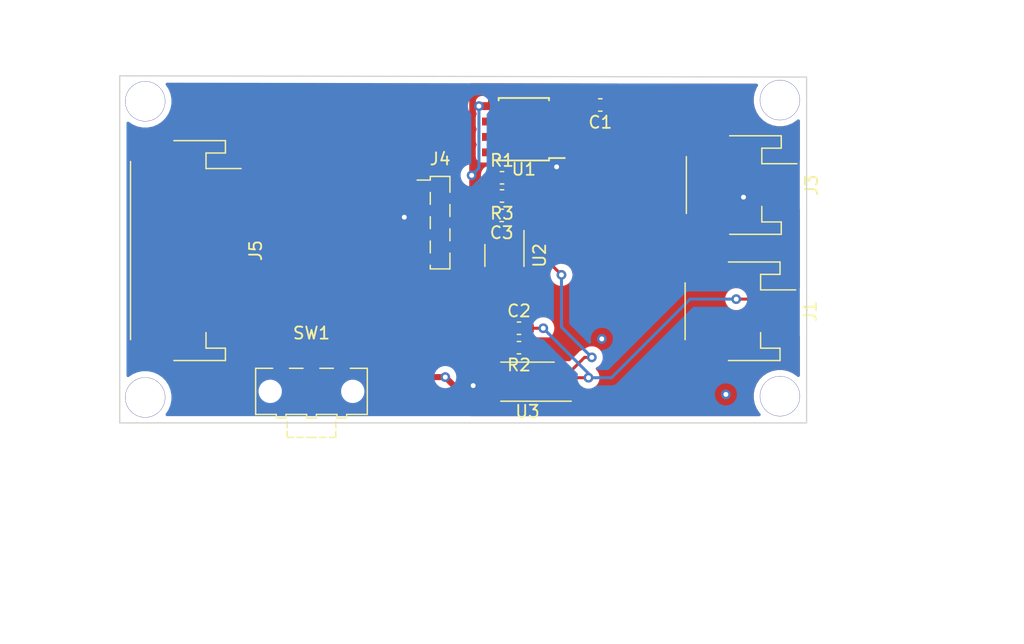
<source format=kicad_pcb>
(kicad_pcb (version 20171130) (host pcbnew "(5.1.10-1-10_14)")

  (general
    (thickness 1.6)
    (drawings 12)
    (tracks 163)
    (zones 0)
    (modules 14)
    (nets 16)
  )

  (page A4)
  (layers
    (0 F.Cu signal)
    (31 B.Cu signal)
    (32 B.Adhes user)
    (33 F.Adhes user)
    (34 B.Paste user)
    (35 F.Paste user)
    (36 B.SilkS user)
    (37 F.SilkS user)
    (38 B.Mask user)
    (39 F.Mask user)
    (40 Dwgs.User user)
    (41 Cmts.User user)
    (42 Eco1.User user)
    (43 Eco2.User user)
    (44 Edge.Cuts user)
    (45 Margin user)
    (46 B.CrtYd user)
    (47 F.CrtYd user)
    (48 B.Fab user)
    (49 F.Fab user)
  )

  (setup
    (last_trace_width 0.25)
    (trace_clearance 0.2)
    (zone_clearance 0.508)
    (zone_45_only no)
    (trace_min 0.2)
    (via_size 0.8)
    (via_drill 0.4)
    (via_min_size 0.4)
    (via_min_drill 0.3)
    (uvia_size 0.3)
    (uvia_drill 0.1)
    (uvias_allowed no)
    (uvia_min_size 0.2)
    (uvia_min_drill 0.1)
    (edge_width 0.1)
    (segment_width 0.2)
    (pcb_text_width 0.3)
    (pcb_text_size 1.5 1.5)
    (mod_edge_width 0.15)
    (mod_text_size 1 1)
    (mod_text_width 0.15)
    (pad_size 1.524 1.524)
    (pad_drill 0.762)
    (pad_to_mask_clearance 0)
    (aux_axis_origin 99.7 108.4)
    (grid_origin 100 80.1)
    (visible_elements FFFFFF7F)
    (pcbplotparams
      (layerselection 0x010fc_ffffffff)
      (usegerberextensions false)
      (usegerberattributes true)
      (usegerberadvancedattributes true)
      (creategerberjobfile true)
      (excludeedgelayer true)
      (linewidth 0.100000)
      (plotframeref false)
      (viasonmask false)
      (mode 1)
      (useauxorigin false)
      (hpglpennumber 1)
      (hpglpenspeed 20)
      (hpglpendiameter 15.000000)
      (psnegative false)
      (psa4output false)
      (plotreference true)
      (plotvalue true)
      (plotinvisibletext false)
      (padsonsilk false)
      (subtractmaskfromsilk false)
      (outputformat 1)
      (mirror false)
      (drillshape 1)
      (scaleselection 1)
      (outputdirectory ""))
  )

  (net 0 "")
  (net 1 GND)
  (net 2 /BAT+)
  (net 3 /BAT-)
  (net 4 /PV+)
  (net 5 "Net-(U2-Pad3)")
  (net 6 "Net-(U2-Pad1)")
  (net 7 "Net-(C2-Pad1)")
  (net 8 "Net-(R1-Pad2)")
  (net 9 "Net-(R3-Pad1)")
  (net 10 +5V)
  (net 11 /IO35)
  (net 12 /IO36)
  (net 13 /IO37)
  (net 14 /IO38)
  (net 15 /IO39)

  (net_class Default 这是默认网络类。
    (clearance 0.2)
    (trace_width 0.25)
    (via_dia 0.8)
    (via_drill 0.4)
    (uvia_dia 0.3)
    (uvia_drill 0.1)
    (add_net +5V)
    (add_net /BAT+)
    (add_net /BAT-)
    (add_net /IO35)
    (add_net /IO36)
    (add_net /IO37)
    (add_net /IO38)
    (add_net /IO39)
    (add_net /PV+)
    (add_net GND)
    (add_net "Net-(C2-Pad1)")
    (add_net "Net-(R1-Pad2)")
    (add_net "Net-(R3-Pad1)")
    (add_net "Net-(U2-Pad1)")
    (add_net "Net-(U2-Pad3)")
  )

  (module Connector_PinSocket_1.00mm:PinSocket_1x07_P1.00mm_Vertical_SMD_Pin1Left (layer F.Cu) (tedit 5A19A42E) (tstamp 60BFB10B)
    (at 126.1 91.9)
    (descr "surface-mounted straight socket strip, 1x07, 1.00mm pitch, single row, style 1 (pin 1 left) (https://gct.co/files/drawings/bc070.pdf), script generated")
    (tags "Surface mounted socket strip SMD 1x07 1.00mm single row style1 pin1 left")
    (path /60B83836)
    (attr smd)
    (fp_text reference J4 (at 0 -5.25) (layer F.SilkS)
      (effects (font (size 1 1) (thickness 0.15)))
    )
    (fp_text value Conn_01x07_Female (at 0 5.25) (layer F.Fab)
      (effects (font (size 1 1) (thickness 0.15)))
    )
    (fp_line (start -0.81 -3.81) (end 0.81 -3.81) (layer F.SilkS) (width 0.12))
    (fp_line (start 0.81 -3.81) (end 0.81 -2.51) (layer F.SilkS) (width 0.12))
    (fp_line (start 0.81 -1.49) (end 0.81 -0.51) (layer F.SilkS) (width 0.12))
    (fp_line (start 0.81 0.51) (end 0.81 1.49) (layer F.SilkS) (width 0.12))
    (fp_line (start 0.81 2.51) (end 0.81 3.81) (layer F.SilkS) (width 0.12))
    (fp_line (start -0.81 3.81) (end 0.81 3.81) (layer F.SilkS) (width 0.12))
    (fp_line (start -0.81 -3.81) (end -0.81 -3.51) (layer F.SilkS) (width 0.12))
    (fp_line (start -0.81 -2.49) (end -0.81 -1.51) (layer F.SilkS) (width 0.12))
    (fp_line (start -0.81 -0.49) (end -0.81 0.49) (layer F.SilkS) (width 0.12))
    (fp_line (start -0.81 1.51) (end -0.81 2.49) (layer F.SilkS) (width 0.12))
    (fp_line (start -0.81 3.51) (end -0.81 3.81) (layer F.SilkS) (width 0.12))
    (fp_line (start -1.89 -3.51) (end -0.81 -3.51) (layer F.SilkS) (width 0.12))
    (fp_line (start -0.375 -3.75) (end 0.75 -3.75) (layer F.Fab) (width 0.1))
    (fp_line (start 0.75 -3.75) (end 0.75 3.75) (layer F.Fab) (width 0.1))
    (fp_line (start 0.75 3.75) (end -0.75 3.75) (layer F.Fab) (width 0.1))
    (fp_line (start -0.75 3.75) (end -0.75 -3.375) (layer F.Fab) (width 0.1))
    (fp_line (start -0.75 -3.375) (end -0.375 -3.75) (layer F.Fab) (width 0.1))
    (fp_line (start -1.45 -3.15) (end -0.75 -3.15) (layer F.Fab) (width 0.1))
    (fp_line (start -0.75 -2.85) (end -1.45 -2.85) (layer F.Fab) (width 0.1))
    (fp_line (start -1.45 -2.85) (end -1.45 -3.15) (layer F.Fab) (width 0.1))
    (fp_line (start 0.75 -2.15) (end 1.45 -2.15) (layer F.Fab) (width 0.1))
    (fp_line (start 1.45 -2.15) (end 1.45 -1.85) (layer F.Fab) (width 0.1))
    (fp_line (start 1.45 -1.85) (end 0.75 -1.85) (layer F.Fab) (width 0.1))
    (fp_line (start -1.45 -1.15) (end -0.75 -1.15) (layer F.Fab) (width 0.1))
    (fp_line (start -0.75 -0.85) (end -1.45 -0.85) (layer F.Fab) (width 0.1))
    (fp_line (start -1.45 -0.85) (end -1.45 -1.15) (layer F.Fab) (width 0.1))
    (fp_line (start 0.75 -0.15) (end 1.45 -0.15) (layer F.Fab) (width 0.1))
    (fp_line (start 1.45 -0.15) (end 1.45 0.15) (layer F.Fab) (width 0.1))
    (fp_line (start 1.45 0.15) (end 0.75 0.15) (layer F.Fab) (width 0.1))
    (fp_line (start -1.45 0.85) (end -0.75 0.85) (layer F.Fab) (width 0.1))
    (fp_line (start -0.75 1.15) (end -1.45 1.15) (layer F.Fab) (width 0.1))
    (fp_line (start -1.45 1.15) (end -1.45 0.85) (layer F.Fab) (width 0.1))
    (fp_line (start 0.75 1.85) (end 1.45 1.85) (layer F.Fab) (width 0.1))
    (fp_line (start 1.45 1.85) (end 1.45 2.15) (layer F.Fab) (width 0.1))
    (fp_line (start 1.45 2.15) (end 0.75 2.15) (layer F.Fab) (width 0.1))
    (fp_line (start -1.45 2.85) (end -0.75 2.85) (layer F.Fab) (width 0.1))
    (fp_line (start -0.75 3.15) (end -1.45 3.15) (layer F.Fab) (width 0.1))
    (fp_line (start -1.45 3.15) (end -1.45 2.85) (layer F.Fab) (width 0.1))
    (fp_line (start -2.45 -4.25) (end 2.45 -4.25) (layer F.CrtYd) (width 0.05))
    (fp_line (start 2.45 -4.25) (end 2.45 4.25) (layer F.CrtYd) (width 0.05))
    (fp_line (start 2.45 4.25) (end -2.45 4.25) (layer F.CrtYd) (width 0.05))
    (fp_line (start -2.45 4.25) (end -2.45 -4.25) (layer F.CrtYd) (width 0.05))
    (fp_text user %R (at 0 0 90) (layer F.Fab)
      (effects (font (size 0.9 0.9) (thickness 0.14)))
    )
    (pad 6 smd rect (at 0.975 2) (size 1.95 0.5) (layers F.Cu F.Paste F.Mask)
      (net 11 /IO35))
    (pad 4 smd rect (at 0.975 0) (size 1.95 0.5) (layers F.Cu F.Paste F.Mask)
      (net 13 /IO37))
    (pad 2 smd rect (at 0.975 -2) (size 1.95 0.5) (layers F.Cu F.Paste F.Mask)
      (net 14 /IO38))
    (pad 7 smd rect (at -0.975 3) (size 1.95 0.5) (layers F.Cu F.Paste F.Mask)
      (net 10 +5V))
    (pad 5 smd rect (at -0.975 1) (size 1.95 0.5) (layers F.Cu F.Paste F.Mask)
      (net 12 /IO36))
    (pad 3 smd rect (at -0.975 -1) (size 1.95 0.5) (layers F.Cu F.Paste F.Mask)
      (net 1 GND))
    (pad 1 smd rect (at -0.975 -3) (size 1.95 0.5) (layers F.Cu F.Paste F.Mask)
      (net 15 /IO39))
    (model ${KISYS3DMOD}/Connector_PinSocket_1.00mm.3dshapes/PinSocket_1x07_P1.00mm_Vertical_SMD_Pin1Left.wrl
      (at (xyz 0 0 0))
      (scale (xyz 1 1 1))
      (rotate (xyz 0 0 0))
    )
  )

  (module Button_Switch_SMD:SW_SPDT_CK-JS102011SAQN (layer F.Cu) (tedit 5A02FC95) (tstamp 60BFB2DD)
    (at 115.5 105.8)
    (descr "Sub-miniature slide switch, right-angle, http://www.ckswitches.com/media/1422/js.pdf")
    (tags "switch spdt")
    (path /60BC8D8D)
    (attr smd)
    (fp_text reference SW1 (at 0 -4.8) (layer F.SilkS)
      (effects (font (size 1 1) (thickness 0.15)))
    )
    (fp_text value SW_DIP_x01 (at 0 -2.9) (layer F.Fab)
      (effects (font (size 1 1) (thickness 0.15)))
    )
    (fp_line (start -4.5 -1.8) (end 4.5 -1.8) (layer F.Fab) (width 0.1))
    (fp_line (start 4.5 -1.8) (end 4.5 1.8) (layer F.Fab) (width 0.1))
    (fp_line (start 4.5 1.8) (end -4.4 1.8) (layer F.Fab) (width 0.1))
    (fp_line (start -4.4 1.8) (end -4.5 1.8) (layer F.Fab) (width 0.1))
    (fp_line (start -4.5 1.8) (end -4.5 1.8) (layer F.Fab) (width 0.1))
    (fp_line (start -4.5 -1.8) (end -4.5 1.8) (layer F.Fab) (width 0.1))
    (fp_line (start -4.5 1.8) (end -4.5 1.8) (layer F.Fab) (width 0.1))
    (fp_line (start -1.5 1.8) (end -1.5 1.8) (layer F.Fab) (width 0.1))
    (fp_line (start 3.2 -1.9) (end 4.6 -1.9) (layer F.SilkS) (width 0.12))
    (fp_line (start 4.6 -1.9) (end 4.6 1.9) (layer F.SilkS) (width 0.12))
    (fp_line (start -4.6 1.9) (end -4.6 -1.9) (layer F.SilkS) (width 0.12))
    (fp_line (start -4.6 -1.9) (end -3.2 -1.9) (layer F.SilkS) (width 0.12))
    (fp_line (start 1.8 -1.9) (end 0.7 -1.9) (layer F.SilkS) (width 0.12))
    (fp_line (start 0.7 -1.9) (end 0.7 -1.9) (layer F.SilkS) (width 0.12))
    (fp_line (start -0.7 -1.9) (end -1.8 -1.9) (layer F.SilkS) (width 0.12))
    (fp_line (start -1.8 -1.9) (end -1.8 -1.9) (layer F.SilkS) (width 0.12))
    (fp_line (start 0.3 1.8) (end 0.3 2.1) (layer F.Fab) (width 0.1))
    (fp_line (start 0.3 2.1) (end -0.3 2.1) (layer F.Fab) (width 0.1))
    (fp_line (start -0.3 2.1) (end -0.3 1.8) (layer F.Fab) (width 0.1))
    (fp_line (start -0.3 1.8) (end -0.3 1.8) (layer F.Fab) (width 0.1))
    (fp_line (start -2.2 1.8) (end -2.2 2.1) (layer F.Fab) (width 0.1))
    (fp_line (start -2.2 2.1) (end -2.8 2.1) (layer F.Fab) (width 0.1))
    (fp_line (start -2.8 2.1) (end -2.8 1.8) (layer F.Fab) (width 0.1))
    (fp_line (start -2.8 1.8) (end -2.8 1.8) (layer F.Fab) (width 0.1))
    (fp_line (start 2.2 1.8) (end 2.2 2.1) (layer F.Fab) (width 0.1))
    (fp_line (start 2.2 2.1) (end 2.8 2.1) (layer F.Fab) (width 0.1))
    (fp_line (start 2.8 2.1) (end 2.8 1.8) (layer F.Fab) (width 0.1))
    (fp_line (start 2.8 1.8) (end 2.8 1.8) (layer F.Fab) (width 0.1))
    (fp_line (start 4.6 1.9) (end 2.9 1.9) (layer F.SilkS) (width 0.12))
    (fp_line (start 2.9 1.9) (end 2.9 2.2) (layer F.SilkS) (width 0.12))
    (fp_line (start 2.9 2.2) (end 2.1 2.2) (layer F.SilkS) (width 0.12))
    (fp_line (start 2.1 2.2) (end 2.1 1.9) (layer F.SilkS) (width 0.12))
    (fp_line (start 2.1 1.9) (end 0.4 1.9) (layer F.SilkS) (width 0.12))
    (fp_line (start 0.4 1.9) (end 0.4 2.2) (layer F.SilkS) (width 0.12))
    (fp_line (start 0.4 2.2) (end -0.4 2.2) (layer F.SilkS) (width 0.12))
    (fp_line (start -0.4 2.2) (end -0.4 1.9) (layer F.SilkS) (width 0.12))
    (fp_line (start -0.4 1.9) (end -2.1 1.9) (layer F.SilkS) (width 0.12))
    (fp_line (start -2.1 1.9) (end -2.1 2.2) (layer F.SilkS) (width 0.12))
    (fp_line (start -2.1 2.2) (end -2.9 2.2) (layer F.SilkS) (width 0.12))
    (fp_line (start -2.9 2.2) (end -2.9 1.9) (layer F.SilkS) (width 0.12))
    (fp_line (start -2.9 1.9) (end -4.6 1.9) (layer F.SilkS) (width 0.12))
    (fp_line (start -4.6 1.9) (end -4.6 1.9) (layer F.SilkS) (width 0.12))
    (fp_line (start -0.5 1.8) (end -0.5 3.8) (layer F.Fab) (width 0.1))
    (fp_line (start -0.5 3.8) (end -2 3.8) (layer F.Fab) (width 0.1))
    (fp_line (start -2 3.8) (end -2 1.8) (layer F.Fab) (width 0.1))
    (fp_line (start -2 1.8) (end -2 1.8) (layer F.Fab) (width 0.1))
    (fp_line (start -5 -2.25) (end -5 2.25) (layer F.CrtYd) (width 0.05))
    (fp_line (start -5 2.25) (end -3.25 2.25) (layer F.CrtYd) (width 0.05))
    (fp_line (start -3.25 2.25) (end -3.25 2.75) (layer F.CrtYd) (width 0.05))
    (fp_line (start -3.25 2.75) (end -2.5 2.75) (layer F.CrtYd) (width 0.05))
    (fp_line (start -2.5 2.75) (end -2.5 4.25) (layer F.CrtYd) (width 0.05))
    (fp_line (start -2.5 4.25) (end 2.5 4.25) (layer F.CrtYd) (width 0.05))
    (fp_line (start 2.5 4.25) (end 2.5 2.5) (layer F.CrtYd) (width 0.05))
    (fp_line (start 2.5 2.5) (end 3.25 2.5) (layer F.CrtYd) (width 0.05))
    (fp_line (start 3.25 2.5) (end 3.25 2.25) (layer F.CrtYd) (width 0.05))
    (fp_line (start 3.25 2.25) (end 5 2.25) (layer F.CrtYd) (width 0.05))
    (fp_line (start 5 2.25) (end 5 -2.25) (layer F.CrtYd) (width 0.05))
    (fp_line (start 5 -2.25) (end 3.5 -2.25) (layer F.CrtYd) (width 0.05))
    (fp_line (start 3.5 -2.25) (end 3.5 -4.5) (layer F.CrtYd) (width 0.05))
    (fp_line (start 3.5 -4.5) (end -3.5 -4.5) (layer F.CrtYd) (width 0.05))
    (fp_line (start -3.5 -4.5) (end -3.5 -2.25) (layer F.CrtYd) (width 0.05))
    (fp_line (start -3.5 -2.25) (end -5 -2.25) (layer F.CrtYd) (width 0.05))
    (fp_line (start -5 -2.25) (end -5 -2.25) (layer F.CrtYd) (width 0.05))
    (fp_line (start -2 3.8) (end -2 3.3) (layer F.SilkS) (width 0.12))
    (fp_line (start -2 3.3) (end -2 3.3) (layer F.SilkS) (width 0.12))
    (fp_line (start -2 3.8) (end -1.5 3.8) (layer F.SilkS) (width 0.12))
    (fp_line (start -1.5 3.8) (end -1.5 3.8) (layer F.SilkS) (width 0.12))
    (fp_line (start 2 3.8) (end 1.5 3.8) (layer F.SilkS) (width 0.12))
    (fp_line (start 1.5 3.8) (end 1.5 3.8) (layer F.SilkS) (width 0.12))
    (fp_line (start 2 3.8) (end 2 3.3) (layer F.SilkS) (width 0.12))
    (fp_line (start 2 3.3) (end 2 3.3) (layer F.SilkS) (width 0.12))
    (fp_line (start 2 3) (end 2 2.5) (layer F.SilkS) (width 0.12))
    (fp_line (start 2 2.5) (end 2 2.5) (layer F.SilkS) (width 0.12))
    (fp_line (start -2 3) (end -2 2.5) (layer F.SilkS) (width 0.12))
    (fp_line (start -2 2.5) (end -2 2.5) (layer F.SilkS) (width 0.12))
    (fp_line (start -1.2 3.8) (end -0.7 3.8) (layer F.SilkS) (width 0.12))
    (fp_line (start -0.7 3.8) (end -0.7 3.8) (layer F.SilkS) (width 0.12))
    (fp_line (start 1.2 3.8) (end 0.7 3.8) (layer F.SilkS) (width 0.12))
    (fp_line (start 0.7 3.8) (end 0.7 3.8) (layer F.SilkS) (width 0.12))
    (fp_line (start 0.4 3.8) (end -0.4 3.8) (layer F.SilkS) (width 0.12))
    (fp_line (start -0.4 3.8) (end -0.4 3.8) (layer F.SilkS) (width 0.12))
    (fp_text user %R (at 0 0) (layer F.Fab)
      (effects (font (size 1 1) (thickness 0.15)))
    )
    (pad "" np_thru_hole circle (at 3.4 0) (size 0.9 0.9) (drill 0.9) (layers *.Cu *.Mask))
    (pad "" np_thru_hole circle (at -3.4 0) (size 0.9 0.9) (drill 0.9) (layers *.Cu *.Mask))
    (pad 3 smd rect (at 2.5 -2.75) (size 1.25 2.5) (layers F.Cu F.Paste F.Mask))
    (pad 2 smd rect (at 0 -2.75) (size 1.25 2.5) (layers F.Cu F.Paste F.Mask)
      (net 2 /BAT+))
    (pad 1 smd rect (at -2.5 -2.75) (size 1.25 2.5) (layers F.Cu F.Paste F.Mask)
      (net 10 +5V))
    (model ${KISYS3DMOD}/Button_Switch_SMD.3dshapes/SW_SPDT_CK-JS102011SAQN.wrl
      (at (xyz 0 0 0))
      (scale (xyz 1 1 1))
      (rotate (xyz 0 0 0))
    )
  )

  (module Connector_JST:JST_PH_S7B-PH-SM4-TB_1x07-1MP_P2.00mm_Horizontal (layer F.Cu) (tedit 5B78AD87) (tstamp 60BFB230)
    (at 105.1 94.2 270)
    (descr "JST PH series connector, S7B-PH-SM4-TB (http://www.jst-mfg.com/product/pdf/eng/ePH.pdf), generated with kicad-footprint-generator")
    (tags "connector JST PH top entry")
    (path /60BD914C)
    (attr smd)
    (fp_text reference J5 (at 0 -5.8 90) (layer F.SilkS)
      (effects (font (size 1 1) (thickness 0.15)))
    )
    (fp_text value Conn_01x07_Female (at 0 5.8 90) (layer F.Fab)
      (effects (font (size 1 1) (thickness 0.15)))
    )
    (fp_line (start -8.95 -3.2) (end -8.15 -3.2) (layer F.Fab) (width 0.1))
    (fp_line (start -8.15 -3.2) (end -8.15 -1.6) (layer F.Fab) (width 0.1))
    (fp_line (start -8.15 -1.6) (end 8.15 -1.6) (layer F.Fab) (width 0.1))
    (fp_line (start 8.15 -1.6) (end 8.15 -3.2) (layer F.Fab) (width 0.1))
    (fp_line (start 8.15 -3.2) (end 8.95 -3.2) (layer F.Fab) (width 0.1))
    (fp_line (start -9.06 0.94) (end -9.06 -3.31) (layer F.SilkS) (width 0.12))
    (fp_line (start -9.06 -3.31) (end -8.04 -3.31) (layer F.SilkS) (width 0.12))
    (fp_line (start -8.04 -3.31) (end -8.04 -1.71) (layer F.SilkS) (width 0.12))
    (fp_line (start -8.04 -1.71) (end -6.76 -1.71) (layer F.SilkS) (width 0.12))
    (fp_line (start -6.76 -1.71) (end -6.76 -4.6) (layer F.SilkS) (width 0.12))
    (fp_line (start 9.06 0.94) (end 9.06 -3.31) (layer F.SilkS) (width 0.12))
    (fp_line (start 9.06 -3.31) (end 8.04 -3.31) (layer F.SilkS) (width 0.12))
    (fp_line (start 8.04 -3.31) (end 8.04 -1.71) (layer F.SilkS) (width 0.12))
    (fp_line (start 8.04 -1.71) (end 6.76 -1.71) (layer F.SilkS) (width 0.12))
    (fp_line (start -7.34 4.51) (end 7.34 4.51) (layer F.SilkS) (width 0.12))
    (fp_line (start -8.95 4.4) (end 8.95 4.4) (layer F.Fab) (width 0.1))
    (fp_line (start -8.95 -3.2) (end -8.95 4.4) (layer F.Fab) (width 0.1))
    (fp_line (start 8.95 -3.2) (end 8.95 4.4) (layer F.Fab) (width 0.1))
    (fp_line (start -9.6 -5.1) (end -9.6 5.1) (layer F.CrtYd) (width 0.05))
    (fp_line (start -9.6 5.1) (end 9.6 5.1) (layer F.CrtYd) (width 0.05))
    (fp_line (start 9.6 5.1) (end 9.6 -5.1) (layer F.CrtYd) (width 0.05))
    (fp_line (start 9.6 -5.1) (end -9.6 -5.1) (layer F.CrtYd) (width 0.05))
    (fp_line (start -6.5 -1.6) (end -6 -0.892893) (layer F.Fab) (width 0.1))
    (fp_line (start -6 -0.892893) (end -5.5 -1.6) (layer F.Fab) (width 0.1))
    (fp_text user %R (at 0 1.5 90) (layer F.Fab)
      (effects (font (size 1 1) (thickness 0.15)))
    )
    (pad MP smd roundrect (at 8.35 2.9 270) (size 1.5 3.4) (layers F.Cu F.Paste F.Mask) (roundrect_rratio 0.1666666666666667))
    (pad MP smd roundrect (at -8.35 2.9 270) (size 1.5 3.4) (layers F.Cu F.Paste F.Mask) (roundrect_rratio 0.1666666666666667))
    (pad 7 smd roundrect (at 6 -2.85 270) (size 1 3.5) (layers F.Cu F.Paste F.Mask) (roundrect_rratio 0.25)
      (net 10 +5V))
    (pad 6 smd roundrect (at 4 -2.85 270) (size 1 3.5) (layers F.Cu F.Paste F.Mask) (roundrect_rratio 0.25)
      (net 11 /IO35))
    (pad 5 smd roundrect (at 2 -2.85 270) (size 1 3.5) (layers F.Cu F.Paste F.Mask) (roundrect_rratio 0.25)
      (net 12 /IO36))
    (pad 4 smd roundrect (at 0 -2.85 270) (size 1 3.5) (layers F.Cu F.Paste F.Mask) (roundrect_rratio 0.25)
      (net 13 /IO37))
    (pad 3 smd roundrect (at -2 -2.85 270) (size 1 3.5) (layers F.Cu F.Paste F.Mask) (roundrect_rratio 0.25)
      (net 1 GND))
    (pad 2 smd roundrect (at -4 -2.85 270) (size 1 3.5) (layers F.Cu F.Paste F.Mask) (roundrect_rratio 0.25)
      (net 14 /IO38))
    (pad 1 smd roundrect (at -6 -2.85 270) (size 1 3.5) (layers F.Cu F.Paste F.Mask) (roundrect_rratio 0.25)
      (net 15 /IO39))
    (model ${KISYS3DMOD}/Connector_JST.3dshapes/JST_PH_S7B-PH-SM4-TB_1x07-1MP_P2.00mm_Horizontal.wrl
      (at (xyz 0 0 0))
      (scale (xyz 1 1 1))
      (rotate (xyz 0 0 0))
    )
  )

  (module Capacitor_SMD:C_0603_1608Metric (layer F.Cu) (tedit 5F68FEEE) (tstamp 60BF81B9)
    (at 131.2 89.7 180)
    (descr "Capacitor SMD 0603 (1608 Metric), square (rectangular) end terminal, IPC_7351 nominal, (Body size source: IPC-SM-782 page 76, https://www.pcb-3d.com/wordpress/wp-content/uploads/ipc-sm-782a_amendment_1_and_2.pdf), generated with kicad-footprint-generator")
    (tags capacitor)
    (path /60C38FFB)
    (attr smd)
    (fp_text reference R3 (at 0 -1.43) (layer F.SilkS)
      (effects (font (size 1 1) (thickness 0.15)))
    )
    (fp_text value 1k (at 0 1.43) (layer F.Fab)
      (effects (font (size 1 1) (thickness 0.15)))
    )
    (fp_line (start 1.48 0.73) (end -1.48 0.73) (layer F.CrtYd) (width 0.05))
    (fp_line (start 1.48 -0.73) (end 1.48 0.73) (layer F.CrtYd) (width 0.05))
    (fp_line (start -1.48 -0.73) (end 1.48 -0.73) (layer F.CrtYd) (width 0.05))
    (fp_line (start -1.48 0.73) (end -1.48 -0.73) (layer F.CrtYd) (width 0.05))
    (fp_line (start -0.14058 0.51) (end 0.14058 0.51) (layer F.SilkS) (width 0.12))
    (fp_line (start -0.14058 -0.51) (end 0.14058 -0.51) (layer F.SilkS) (width 0.12))
    (fp_line (start 0.8 0.4) (end -0.8 0.4) (layer F.Fab) (width 0.1))
    (fp_line (start 0.8 -0.4) (end 0.8 0.4) (layer F.Fab) (width 0.1))
    (fp_line (start -0.8 -0.4) (end 0.8 -0.4) (layer F.Fab) (width 0.1))
    (fp_line (start -0.8 0.4) (end -0.8 -0.4) (layer F.Fab) (width 0.1))
    (fp_text user %R (at -2.1 0) (layer F.Fab)
      (effects (font (size 0.4 0.4) (thickness 0.06)))
    )
    (pad 2 smd roundrect (at 0.775 0 180) (size 0.9 0.95) (layers F.Cu F.Paste F.Mask) (roundrect_rratio 0.25)
      (net 1 GND))
    (pad 1 smd roundrect (at -0.775 0 180) (size 0.9 0.95) (layers F.Cu F.Paste F.Mask) (roundrect_rratio 0.25)
      (net 9 "Net-(R3-Pad1)"))
    (model ${KISYS3DMOD}/Capacitor_SMD.3dshapes/C_0603_1608Metric.wrl
      (at (xyz 0 0 0))
      (scale (xyz 1 1 1))
      (rotate (xyz 0 0 0))
    )
  )

  (module Capacitor_SMD:C_0603_1608Metric (layer F.Cu) (tedit 5F68FEEE) (tstamp 60BF81A8)
    (at 132.6 102.2 180)
    (descr "Capacitor SMD 0603 (1608 Metric), square (rectangular) end terminal, IPC_7351 nominal, (Body size source: IPC-SM-782 page 76, https://www.pcb-3d.com/wordpress/wp-content/uploads/ipc-sm-782a_amendment_1_and_2.pdf), generated with kicad-footprint-generator")
    (tags capacitor)
    (path /60C32733)
    (attr smd)
    (fp_text reference R2 (at 0 -1.43) (layer F.SilkS)
      (effects (font (size 1 1) (thickness 0.15)))
    )
    (fp_text value 100R (at 0 1.43) (layer F.Fab)
      (effects (font (size 1 1) (thickness 0.15)))
    )
    (fp_line (start 1.48 0.73) (end -1.48 0.73) (layer F.CrtYd) (width 0.05))
    (fp_line (start 1.48 -0.73) (end 1.48 0.73) (layer F.CrtYd) (width 0.05))
    (fp_line (start -1.48 -0.73) (end 1.48 -0.73) (layer F.CrtYd) (width 0.05))
    (fp_line (start -1.48 0.73) (end -1.48 -0.73) (layer F.CrtYd) (width 0.05))
    (fp_line (start -0.14058 0.51) (end 0.14058 0.51) (layer F.SilkS) (width 0.12))
    (fp_line (start -0.14058 -0.51) (end 0.14058 -0.51) (layer F.SilkS) (width 0.12))
    (fp_line (start 0.8 0.4) (end -0.8 0.4) (layer F.Fab) (width 0.1))
    (fp_line (start 0.8 -0.4) (end 0.8 0.4) (layer F.Fab) (width 0.1))
    (fp_line (start -0.8 -0.4) (end 0.8 -0.4) (layer F.Fab) (width 0.1))
    (fp_line (start -0.8 0.4) (end -0.8 -0.4) (layer F.Fab) (width 0.1))
    (fp_text user %R (at 0 0) (layer F.Fab)
      (effects (font (size 0.4 0.4) (thickness 0.06)))
    )
    (pad 2 smd roundrect (at 0.775 0 180) (size 0.9 0.95) (layers F.Cu F.Paste F.Mask) (roundrect_rratio 0.25)
      (net 7 "Net-(C2-Pad1)"))
    (pad 1 smd roundrect (at -0.775 0 180) (size 0.9 0.95) (layers F.Cu F.Paste F.Mask) (roundrect_rratio 0.25)
      (net 2 /BAT+))
    (model ${KISYS3DMOD}/Capacitor_SMD.3dshapes/C_0603_1608Metric.wrl
      (at (xyz 0 0 0))
      (scale (xyz 1 1 1))
      (rotate (xyz 0 0 0))
    )
  )

  (module Capacitor_SMD:C_0603_1608Metric (layer F.Cu) (tedit 5F68FEEE) (tstamp 60BF8197)
    (at 131.2 88.2)
    (descr "Capacitor SMD 0603 (1608 Metric), square (rectangular) end terminal, IPC_7351 nominal, (Body size source: IPC-SM-782 page 76, https://www.pcb-3d.com/wordpress/wp-content/uploads/ipc-sm-782a_amendment_1_and_2.pdf), generated with kicad-footprint-generator")
    (tags capacitor)
    (path /60C144C0)
    (attr smd)
    (fp_text reference R1 (at 0 -1.43) (layer F.SilkS)
      (effects (font (size 1 1) (thickness 0.15)))
    )
    (fp_text value 1.2k (at 0 1.43) (layer F.Fab)
      (effects (font (size 1 1) (thickness 0.15)))
    )
    (fp_line (start 1.48 0.73) (end -1.48 0.73) (layer F.CrtYd) (width 0.05))
    (fp_line (start 1.48 -0.73) (end 1.48 0.73) (layer F.CrtYd) (width 0.05))
    (fp_line (start -1.48 -0.73) (end 1.48 -0.73) (layer F.CrtYd) (width 0.05))
    (fp_line (start -1.48 0.73) (end -1.48 -0.73) (layer F.CrtYd) (width 0.05))
    (fp_line (start -0.14058 0.51) (end 0.14058 0.51) (layer F.SilkS) (width 0.12))
    (fp_line (start -0.14058 -0.51) (end 0.14058 -0.51) (layer F.SilkS) (width 0.12))
    (fp_line (start 0.8 0.4) (end -0.8 0.4) (layer F.Fab) (width 0.1))
    (fp_line (start 0.8 -0.4) (end 0.8 0.4) (layer F.Fab) (width 0.1))
    (fp_line (start -0.8 -0.4) (end 0.8 -0.4) (layer F.Fab) (width 0.1))
    (fp_line (start -0.8 0.4) (end -0.8 -0.4) (layer F.Fab) (width 0.1))
    (fp_text user %R (at 2.1 0) (layer F.Fab)
      (effects (font (size 0.4 0.4) (thickness 0.06)))
    )
    (pad 2 smd roundrect (at 0.775 0) (size 0.9 0.95) (layers F.Cu F.Paste F.Mask) (roundrect_rratio 0.25)
      (net 8 "Net-(R1-Pad2)"))
    (pad 1 smd roundrect (at -0.775 0) (size 0.9 0.95) (layers F.Cu F.Paste F.Mask) (roundrect_rratio 0.25)
      (net 1 GND))
    (model ${KISYS3DMOD}/Capacitor_SMD.3dshapes/C_0603_1608Metric.wrl
      (at (xyz 0 0 0))
      (scale (xyz 1 1 1))
      (rotate (xyz 0 0 0))
    )
  )

  (module Capacitor_SMD:C_0603_1608Metric (layer F.Cu) (tedit 5F68FEEE) (tstamp 60BF8088)
    (at 131.175 91.3 180)
    (descr "Capacitor SMD 0603 (1608 Metric), square (rectangular) end terminal, IPC_7351 nominal, (Body size source: IPC-SM-782 page 76, https://www.pcb-3d.com/wordpress/wp-content/uploads/ipc-sm-782a_amendment_1_and_2.pdf), generated with kicad-footprint-generator")
    (tags capacitor)
    (path /60C35BAD)
    (attr smd)
    (fp_text reference C3 (at 0 -1.43) (layer F.SilkS)
      (effects (font (size 1 1) (thickness 0.15)))
    )
    (fp_text value 10uf (at 0 1.43) (layer F.Fab)
      (effects (font (size 1 1) (thickness 0.15)))
    )
    (fp_line (start 1.48 0.73) (end -1.48 0.73) (layer F.CrtYd) (width 0.05))
    (fp_line (start 1.48 -0.73) (end 1.48 0.73) (layer F.CrtYd) (width 0.05))
    (fp_line (start -1.48 -0.73) (end 1.48 -0.73) (layer F.CrtYd) (width 0.05))
    (fp_line (start -1.48 0.73) (end -1.48 -0.73) (layer F.CrtYd) (width 0.05))
    (fp_line (start -0.14058 0.51) (end 0.14058 0.51) (layer F.SilkS) (width 0.12))
    (fp_line (start -0.14058 -0.51) (end 0.14058 -0.51) (layer F.SilkS) (width 0.12))
    (fp_line (start 0.8 0.4) (end -0.8 0.4) (layer F.Fab) (width 0.1))
    (fp_line (start 0.8 -0.4) (end 0.8 0.4) (layer F.Fab) (width 0.1))
    (fp_line (start -0.8 -0.4) (end 0.8 -0.4) (layer F.Fab) (width 0.1))
    (fp_line (start -0.8 0.4) (end -0.8 -0.4) (layer F.Fab) (width 0.1))
    (fp_text user %R (at -2.225 0) (layer F.Fab)
      (effects (font (size 0.4 0.4) (thickness 0.06)))
    )
    (pad 2 smd roundrect (at 0.775 0 180) (size 0.9 0.95) (layers F.Cu F.Paste F.Mask) (roundrect_rratio 0.25)
      (net 1 GND))
    (pad 1 smd roundrect (at -0.775 0 180) (size 0.9 0.95) (layers F.Cu F.Paste F.Mask) (roundrect_rratio 0.25)
      (net 2 /BAT+))
    (model ${KISYS3DMOD}/Capacitor_SMD.3dshapes/C_0603_1608Metric.wrl
      (at (xyz 0 0 0))
      (scale (xyz 1 1 1))
      (rotate (xyz 0 0 0))
    )
  )

  (module Capacitor_SMD:C_0603_1608Metric (layer F.Cu) (tedit 5F68FEEE) (tstamp 60BF8077)
    (at 132.6 100.6)
    (descr "Capacitor SMD 0603 (1608 Metric), square (rectangular) end terminal, IPC_7351 nominal, (Body size source: IPC-SM-782 page 76, https://www.pcb-3d.com/wordpress/wp-content/uploads/ipc-sm-782a_amendment_1_and_2.pdf), generated with kicad-footprint-generator")
    (tags capacitor)
    (path /60C2F9A9)
    (attr smd)
    (fp_text reference C2 (at 0 -1.43) (layer F.SilkS)
      (effects (font (size 1 1) (thickness 0.15)))
    )
    (fp_text value 0.1uf (at 0 1.43) (layer F.Fab)
      (effects (font (size 1 1) (thickness 0.15)))
    )
    (fp_line (start 1.48 0.73) (end -1.48 0.73) (layer F.CrtYd) (width 0.05))
    (fp_line (start 1.48 -0.73) (end 1.48 0.73) (layer F.CrtYd) (width 0.05))
    (fp_line (start -1.48 -0.73) (end 1.48 -0.73) (layer F.CrtYd) (width 0.05))
    (fp_line (start -1.48 0.73) (end -1.48 -0.73) (layer F.CrtYd) (width 0.05))
    (fp_line (start -0.14058 0.51) (end 0.14058 0.51) (layer F.SilkS) (width 0.12))
    (fp_line (start -0.14058 -0.51) (end 0.14058 -0.51) (layer F.SilkS) (width 0.12))
    (fp_line (start 0.8 0.4) (end -0.8 0.4) (layer F.Fab) (width 0.1))
    (fp_line (start 0.8 -0.4) (end 0.8 0.4) (layer F.Fab) (width 0.1))
    (fp_line (start -0.8 -0.4) (end 0.8 -0.4) (layer F.Fab) (width 0.1))
    (fp_line (start -0.8 0.4) (end -0.8 -0.4) (layer F.Fab) (width 0.1))
    (fp_text user %R (at 0 0) (layer F.Fab)
      (effects (font (size 0.4 0.4) (thickness 0.06)))
    )
    (pad 2 smd roundrect (at 0.775 0) (size 0.9 0.95) (layers F.Cu F.Paste F.Mask) (roundrect_rratio 0.25)
      (net 3 /BAT-))
    (pad 1 smd roundrect (at -0.775 0) (size 0.9 0.95) (layers F.Cu F.Paste F.Mask) (roundrect_rratio 0.25)
      (net 7 "Net-(C2-Pad1)"))
    (model ${KISYS3DMOD}/Capacitor_SMD.3dshapes/C_0603_1608Metric.wrl
      (at (xyz 0 0 0))
      (scale (xyz 1 1 1))
      (rotate (xyz 0 0 0))
    )
  )

  (module Capacitor_SMD:C_0603_1608Metric (layer F.Cu) (tedit 5F68FEEE) (tstamp 60BF8066)
    (at 139.3 82.2 180)
    (descr "Capacitor SMD 0603 (1608 Metric), square (rectangular) end terminal, IPC_7351 nominal, (Body size source: IPC-SM-782 page 76, https://www.pcb-3d.com/wordpress/wp-content/uploads/ipc-sm-782a_amendment_1_and_2.pdf), generated with kicad-footprint-generator")
    (tags capacitor)
    (path /60C10295)
    (attr smd)
    (fp_text reference C1 (at 0 -1.43) (layer F.SilkS)
      (effects (font (size 1 1) (thickness 0.15)))
    )
    (fp_text value 0.1uf (at 0 1.43) (layer F.Fab)
      (effects (font (size 1 1) (thickness 0.15)))
    )
    (fp_line (start 1.48 0.73) (end -1.48 0.73) (layer F.CrtYd) (width 0.05))
    (fp_line (start 1.48 -0.73) (end 1.48 0.73) (layer F.CrtYd) (width 0.05))
    (fp_line (start -1.48 -0.73) (end 1.48 -0.73) (layer F.CrtYd) (width 0.05))
    (fp_line (start -1.48 0.73) (end -1.48 -0.73) (layer F.CrtYd) (width 0.05))
    (fp_line (start -0.14058 0.51) (end 0.14058 0.51) (layer F.SilkS) (width 0.12))
    (fp_line (start -0.14058 -0.51) (end 0.14058 -0.51) (layer F.SilkS) (width 0.12))
    (fp_line (start 0.8 0.4) (end -0.8 0.4) (layer F.Fab) (width 0.1))
    (fp_line (start 0.8 -0.4) (end 0.8 0.4) (layer F.Fab) (width 0.1))
    (fp_line (start -0.8 -0.4) (end 0.8 -0.4) (layer F.Fab) (width 0.1))
    (fp_line (start -0.8 0.4) (end -0.8 -0.4) (layer F.Fab) (width 0.1))
    (fp_text user %R (at 0 0) (layer F.Fab)
      (effects (font (size 0.4 0.4) (thickness 0.06)))
    )
    (pad 2 smd roundrect (at 0.775 0 180) (size 0.9 0.95) (layers F.Cu F.Paste F.Mask) (roundrect_rratio 0.25)
      (net 1 GND))
    (pad 1 smd roundrect (at -0.775 0 180) (size 0.9 0.95) (layers F.Cu F.Paste F.Mask) (roundrect_rratio 0.25)
      (net 4 /PV+))
    (model ${KISYS3DMOD}/Capacitor_SMD.3dshapes/C_0603_1608Metric.wrl
      (at (xyz 0 0 0))
      (scale (xyz 1 1 1))
      (rotate (xyz 0 0 0))
    )
  )

  (module Package_SO:TSSOP-8_4.4x3mm_P0.65mm (layer F.Cu) (tedit 5E476F32) (tstamp 60BF788E)
    (at 133.3 105 180)
    (descr "TSSOP, 8 Pin (JEDEC MO-153 Var AA https://www.jedec.org/document_search?search_api_views_fulltext=MO-153), generated with kicad-footprint-generator ipc_gullwing_generator.py")
    (tags "TSSOP SO")
    (path /60C0615B)
    (attr smd)
    (fp_text reference U3 (at 0 -2.45) (layer F.SilkS)
      (effects (font (size 1 1) (thickness 0.15)))
    )
    (fp_text value FS8205A (at 0 2.45) (layer F.Fab)
      (effects (font (size 1 1) (thickness 0.15)))
    )
    (fp_line (start 0 1.61) (end 2.2 1.61) (layer F.SilkS) (width 0.12))
    (fp_line (start 0 1.61) (end -2.2 1.61) (layer F.SilkS) (width 0.12))
    (fp_line (start 0 -1.61) (end 2.2 -1.61) (layer F.SilkS) (width 0.12))
    (fp_line (start 0 -1.61) (end -3.6 -1.61) (layer F.SilkS) (width 0.12))
    (fp_line (start -1.45 -1.5) (end 2.2 -1.5) (layer F.Fab) (width 0.1))
    (fp_line (start 2.2 -1.5) (end 2.2 1.5) (layer F.Fab) (width 0.1))
    (fp_line (start 2.2 1.5) (end -2.2 1.5) (layer F.Fab) (width 0.1))
    (fp_line (start -2.2 1.5) (end -2.2 -0.75) (layer F.Fab) (width 0.1))
    (fp_line (start -2.2 -0.75) (end -1.45 -1.5) (layer F.Fab) (width 0.1))
    (fp_line (start -3.85 -1.75) (end -3.85 1.75) (layer F.CrtYd) (width 0.05))
    (fp_line (start -3.85 1.75) (end 3.85 1.75) (layer F.CrtYd) (width 0.05))
    (fp_line (start 3.85 1.75) (end 3.85 -1.75) (layer F.CrtYd) (width 0.05))
    (fp_line (start 3.85 -1.75) (end -3.85 -1.75) (layer F.CrtYd) (width 0.05))
    (fp_text user %R (at 0 0) (layer F.Fab)
      (effects (font (size 1 1) (thickness 0.15)))
    )
    (pad 8 smd roundrect (at 2.8625 -0.975 180) (size 1.475 0.4) (layers F.Cu F.Paste F.Mask) (roundrect_rratio 0.25))
    (pad 7 smd roundrect (at 2.8625 -0.325 180) (size 1.475 0.4) (layers F.Cu F.Paste F.Mask) (roundrect_rratio 0.25)
      (net 1 GND))
    (pad 6 smd roundrect (at 2.8625 0.325 180) (size 1.475 0.4) (layers F.Cu F.Paste F.Mask) (roundrect_rratio 0.25)
      (net 1 GND))
    (pad 5 smd roundrect (at 2.8625 0.975 180) (size 1.475 0.4) (layers F.Cu F.Paste F.Mask) (roundrect_rratio 0.25)
      (net 5 "Net-(U2-Pad3)"))
    (pad 4 smd roundrect (at -2.8625 0.975 180) (size 1.475 0.4) (layers F.Cu F.Paste F.Mask) (roundrect_rratio 0.25)
      (net 6 "Net-(U2-Pad1)"))
    (pad 3 smd roundrect (at -2.8625 0.325 180) (size 1.475 0.4) (layers F.Cu F.Paste F.Mask) (roundrect_rratio 0.25)
      (net 3 /BAT-))
    (pad 2 smd roundrect (at -2.8625 -0.325 180) (size 1.475 0.4) (layers F.Cu F.Paste F.Mask) (roundrect_rratio 0.25)
      (net 3 /BAT-))
    (pad 1 smd roundrect (at -2.8625 -0.975 180) (size 1.475 0.4) (layers F.Cu F.Paste F.Mask) (roundrect_rratio 0.25))
    (model ${KISYS3DMOD}/Package_SO.3dshapes/TSSOP-8_4.4x3mm_P0.65mm.wrl
      (at (xyz 0 0 0))
      (scale (xyz 1 1 1))
      (rotate (xyz 0 0 0))
    )
  )

  (module Package_TO_SOT_SMD:SOT-23-6_Handsoldering (layer F.Cu) (tedit 5A02FF57) (tstamp 60BF7874)
    (at 131.4 94.6 270)
    (descr "6-pin SOT-23 package, Handsoldering")
    (tags "SOT-23-6 Handsoldering")
    (path /60C048CB)
    (attr smd)
    (fp_text reference U2 (at 0 -2.9 90) (layer F.SilkS)
      (effects (font (size 1 1) (thickness 0.15)))
    )
    (fp_text value DW01 (at 0 2.9 90) (layer F.Fab)
      (effects (font (size 1 1) (thickness 0.15)))
    )
    (fp_line (start -0.9 1.61) (end 0.9 1.61) (layer F.SilkS) (width 0.12))
    (fp_line (start 0.9 -1.61) (end -2.05 -1.61) (layer F.SilkS) (width 0.12))
    (fp_line (start -2.4 1.8) (end -2.4 -1.8) (layer F.CrtYd) (width 0.05))
    (fp_line (start 2.4 1.8) (end -2.4 1.8) (layer F.CrtYd) (width 0.05))
    (fp_line (start 2.4 -1.8) (end 2.4 1.8) (layer F.CrtYd) (width 0.05))
    (fp_line (start -2.4 -1.8) (end 2.4 -1.8) (layer F.CrtYd) (width 0.05))
    (fp_line (start -0.9 -0.9) (end -0.25 -1.55) (layer F.Fab) (width 0.1))
    (fp_line (start 0.9 -1.55) (end -0.25 -1.55) (layer F.Fab) (width 0.1))
    (fp_line (start -0.9 -0.9) (end -0.9 1.55) (layer F.Fab) (width 0.1))
    (fp_line (start 0.9 1.55) (end -0.9 1.55) (layer F.Fab) (width 0.1))
    (fp_line (start 0.9 -1.55) (end 0.9 1.55) (layer F.Fab) (width 0.1))
    (fp_text user %R (at 0 0) (layer F.Fab)
      (effects (font (size 0.5 0.5) (thickness 0.075)))
    )
    (pad 5 smd rect (at 1.35 0 270) (size 1.56 0.65) (layers F.Cu F.Paste F.Mask)
      (net 7 "Net-(C2-Pad1)"))
    (pad 6 smd rect (at 1.35 -0.95 270) (size 1.56 0.65) (layers F.Cu F.Paste F.Mask)
      (net 3 /BAT-))
    (pad 4 smd rect (at 1.35 0.95 270) (size 1.56 0.65) (layers F.Cu F.Paste F.Mask))
    (pad 3 smd rect (at -1.35 0.95 270) (size 1.56 0.65) (layers F.Cu F.Paste F.Mask)
      (net 5 "Net-(U2-Pad3)"))
    (pad 2 smd rect (at -1.35 0 270) (size 1.56 0.65) (layers F.Cu F.Paste F.Mask)
      (net 9 "Net-(R3-Pad1)"))
    (pad 1 smd rect (at -1.35 -0.95 270) (size 1.56 0.65) (layers F.Cu F.Paste F.Mask)
      (net 6 "Net-(U2-Pad1)"))
    (model ${KISYS3DMOD}/Package_TO_SOT_SMD.3dshapes/SOT-23-6.wrl
      (at (xyz 0 0 0))
      (scale (xyz 1 1 1))
      (rotate (xyz 0 0 0))
    )
  )

  (module Misc:TP4056_SOP-8-PP (layer F.Cu) (tedit 599E7EEC) (tstamp 60BF785E)
    (at 133 84.2 180)
    (descr "8-Lead Plastic SOP-8-PP")
    (tags "SSOP 0.50 exposed pad")
    (path /60BF0B2B)
    (attr smd)
    (fp_text reference U1 (at 0 -3.3) (layer F.SilkS)
      (effects (font (size 1 1) (thickness 0.15)))
    )
    (fp_text value TP4056 (at 0 3.4) (layer F.Fab)
      (effects (font (size 1 1) (thickness 0.15)))
    )
    (fp_line (start -0.95 -2.45) (end 1.95 -2.45) (layer F.Fab) (width 0.15))
    (fp_line (start 1.95 -2.45) (end 1.95 2.45) (layer F.Fab) (width 0.15))
    (fp_line (start 1.95 2.45) (end -1.95 2.45) (layer F.Fab) (width 0.15))
    (fp_line (start -1.95 2.45) (end -1.95 -1.45) (layer F.Fab) (width 0.15))
    (fp_line (start -1.95 -1.45) (end -0.95 -2.45) (layer F.Fab) (width 0.15))
    (fp_line (start -3.7 -2.7) (end -3.7 2.7) (layer F.CrtYd) (width 0.05))
    (fp_line (start 3.7 -2.7) (end 3.7 2.7) (layer F.CrtYd) (width 0.05))
    (fp_line (start -3.7 -2.7) (end 3.7 -2.7) (layer F.CrtYd) (width 0.05))
    (fp_line (start -3.7 2.7) (end 3.7 2.7) (layer F.CrtYd) (width 0.05))
    (fp_line (start -2.075 -2.575) (end -2.075 -2.375) (layer F.SilkS) (width 0.15))
    (fp_line (start 2.075 -2.575) (end 2.075 -2.375) (layer F.SilkS) (width 0.15))
    (fp_line (start 2.075 2.575) (end 2.075 2.375) (layer F.SilkS) (width 0.15))
    (fp_line (start -2.075 2.575) (end -2.075 2.375) (layer F.SilkS) (width 0.15))
    (fp_line (start -2.075 -2.575) (end 2.075 -2.575) (layer F.SilkS) (width 0.15))
    (fp_line (start -2.075 2.575) (end 2.075 2.575) (layer F.SilkS) (width 0.15))
    (fp_line (start -2.075 -2.375) (end -3.375 -2.375) (layer F.SilkS) (width 0.15))
    (fp_text user %R (at 0 0) (layer F.Fab)
      (effects (font (size 1 1) (thickness 0.15)))
    )
    (pad 9 smd rect (at 0 0 180) (size 2.7 3.6) (layers F.Cu F.Paste F.Mask)
      (net 4 /PV+))
    (pad 8 smd rect (at 2.7 -1.905 180) (size 1.5 0.65) (layers F.Cu F.Paste F.Mask)
      (net 4 /PV+))
    (pad 7 smd rect (at 2.7 -0.635 180) (size 1.5 0.65) (layers F.Cu F.Paste F.Mask))
    (pad 6 smd rect (at 2.7 0.635 180) (size 1.5 0.65) (layers F.Cu F.Paste F.Mask))
    (pad 5 smd rect (at 2.7 1.905 180) (size 1.5 0.65) (layers F.Cu F.Paste F.Mask)
      (net 2 /BAT+))
    (pad 4 smd rect (at -2.7 1.905 180) (size 1.5 0.65) (layers F.Cu F.Paste F.Mask)
      (net 4 /PV+))
    (pad 3 smd rect (at -2.7 0.635 180) (size 1.5 0.65) (layers F.Cu F.Paste F.Mask)
      (net 1 GND))
    (pad 2 smd rect (at -2.7 -0.635 180) (size 1.5 0.65) (layers F.Cu F.Paste F.Mask)
      (net 8 "Net-(R1-Pad2)"))
    (pad 1 smd rect (at -2.7 -1.905 180) (size 1.5 0.65) (layers F.Cu F.Paste F.Mask)
      (net 1 GND))
    (model ${KISYS3DMOD}/Housings_SOIC.3dshapes/Diodes_PSOP-8.wrl
      (at (xyz 0 0 0))
      (scale (xyz 1 1 1))
      (rotate (xyz 0 0 0))
    )
    (model Housings_SOIC.3dshapes/SOIC-8_3.9x4.9mm_Pitch1.27mm.wrl
      (at (xyz 0 0 0))
      (scale (xyz 1 1 1))
      (rotate (xyz 0 0 0))
    )
  )

  (module Connector_JST:JST_PH_S2B-PH-SM4-TB_1x02-1MP_P2.00mm_Horizontal (layer F.Cu) (tedit 5B78AD87) (tstamp 60BFB1C5)
    (at 150.9 88.8 270)
    (descr "JST PH series connector, S2B-PH-SM4-TB (http://www.jst-mfg.com/product/pdf/eng/ePH.pdf), generated with kicad-footprint-generator")
    (tags "connector JST PH top entry")
    (path /60CA1E32)
    (attr smd)
    (fp_text reference J3 (at 0 -5.8 90) (layer F.SilkS)
      (effects (font (size 1 1) (thickness 0.15)))
    )
    (fp_text value Conn_01x02_Male (at 0 5.8 90) (layer F.Fab)
      (effects (font (size 1 1) (thickness 0.15)))
    )
    (fp_line (start -3.95 -3.2) (end -3.15 -3.2) (layer F.Fab) (width 0.1))
    (fp_line (start -3.15 -3.2) (end -3.15 -1.6) (layer F.Fab) (width 0.1))
    (fp_line (start -3.15 -1.6) (end 3.15 -1.6) (layer F.Fab) (width 0.1))
    (fp_line (start 3.15 -1.6) (end 3.15 -3.2) (layer F.Fab) (width 0.1))
    (fp_line (start 3.15 -3.2) (end 3.95 -3.2) (layer F.Fab) (width 0.1))
    (fp_line (start -4.06 0.94) (end -4.06 -3.31) (layer F.SilkS) (width 0.12))
    (fp_line (start -4.06 -3.31) (end -3.04 -3.31) (layer F.SilkS) (width 0.12))
    (fp_line (start -3.04 -3.31) (end -3.04 -1.71) (layer F.SilkS) (width 0.12))
    (fp_line (start -3.04 -1.71) (end -1.76 -1.71) (layer F.SilkS) (width 0.12))
    (fp_line (start -1.76 -1.71) (end -1.76 -4.6) (layer F.SilkS) (width 0.12))
    (fp_line (start 4.06 0.94) (end 4.06 -3.31) (layer F.SilkS) (width 0.12))
    (fp_line (start 4.06 -3.31) (end 3.04 -3.31) (layer F.SilkS) (width 0.12))
    (fp_line (start 3.04 -3.31) (end 3.04 -1.71) (layer F.SilkS) (width 0.12))
    (fp_line (start 3.04 -1.71) (end 1.76 -1.71) (layer F.SilkS) (width 0.12))
    (fp_line (start -2.34 4.51) (end 2.34 4.51) (layer F.SilkS) (width 0.12))
    (fp_line (start -3.95 4.4) (end 3.95 4.4) (layer F.Fab) (width 0.1))
    (fp_line (start -3.95 -3.2) (end -3.95 4.4) (layer F.Fab) (width 0.1))
    (fp_line (start 3.95 -3.2) (end 3.95 4.4) (layer F.Fab) (width 0.1))
    (fp_line (start -4.6 -5.1) (end -4.6 5.1) (layer F.CrtYd) (width 0.05))
    (fp_line (start -4.6 5.1) (end 4.6 5.1) (layer F.CrtYd) (width 0.05))
    (fp_line (start 4.6 5.1) (end 4.6 -5.1) (layer F.CrtYd) (width 0.05))
    (fp_line (start 4.6 -5.1) (end -4.6 -5.1) (layer F.CrtYd) (width 0.05))
    (fp_line (start -1.5 -1.6) (end -1 -0.892893) (layer F.Fab) (width 0.1))
    (fp_line (start -1 -0.892893) (end -0.5 -1.6) (layer F.Fab) (width 0.1))
    (fp_text user %R (at 0 1.5 90) (layer F.Fab)
      (effects (font (size 1 1) (thickness 0.15)))
    )
    (pad MP smd roundrect (at 3.35 2.9 270) (size 1.5 3.4) (layers F.Cu F.Paste F.Mask) (roundrect_rratio 0.1666666666666667))
    (pad MP smd roundrect (at -3.35 2.9 270) (size 1.5 3.4) (layers F.Cu F.Paste F.Mask) (roundrect_rratio 0.1666666666666667))
    (pad 2 smd roundrect (at 1 -2.85 270) (size 1 3.5) (layers F.Cu F.Paste F.Mask) (roundrect_rratio 0.25)
      (net 1 GND))
    (pad 1 smd roundrect (at -1 -2.85 270) (size 1 3.5) (layers F.Cu F.Paste F.Mask) (roundrect_rratio 0.25)
      (net 4 /PV+))
    (model ${KISYS3DMOD}/Connector_JST.3dshapes/JST_PH_S2B-PH-SM4-TB_1x02-1MP_P2.00mm_Horizontal.wrl
      (at (xyz 0 0 0))
      (scale (xyz 1 1 1))
      (rotate (xyz 0 0 0))
    )
  )

  (module Connector_JST:JST_PH_S2B-PH-SM4-TB_1x02-1MP_P2.00mm_Horizontal (layer F.Cu) (tedit 5B78AD87) (tstamp 60BFB165)
    (at 150.8 99.2 270)
    (descr "JST PH series connector, S2B-PH-SM4-TB (http://www.jst-mfg.com/product/pdf/eng/ePH.pdf), generated with kicad-footprint-generator")
    (tags "connector JST PH top entry")
    (path /60C4D2BD)
    (attr smd)
    (fp_text reference J1 (at 0 -5.8 90) (layer F.SilkS)
      (effects (font (size 1 1) (thickness 0.15)))
    )
    (fp_text value Conn_01x02_Male (at 0 5.8 90) (layer F.Fab)
      (effects (font (size 1 1) (thickness 0.15)))
    )
    (fp_line (start -3.95 -3.2) (end -3.15 -3.2) (layer F.Fab) (width 0.1))
    (fp_line (start -3.15 -3.2) (end -3.15 -1.6) (layer F.Fab) (width 0.1))
    (fp_line (start -3.15 -1.6) (end 3.15 -1.6) (layer F.Fab) (width 0.1))
    (fp_line (start 3.15 -1.6) (end 3.15 -3.2) (layer F.Fab) (width 0.1))
    (fp_line (start 3.15 -3.2) (end 3.95 -3.2) (layer F.Fab) (width 0.1))
    (fp_line (start -4.06 0.94) (end -4.06 -3.31) (layer F.SilkS) (width 0.12))
    (fp_line (start -4.06 -3.31) (end -3.04 -3.31) (layer F.SilkS) (width 0.12))
    (fp_line (start -3.04 -3.31) (end -3.04 -1.71) (layer F.SilkS) (width 0.12))
    (fp_line (start -3.04 -1.71) (end -1.76 -1.71) (layer F.SilkS) (width 0.12))
    (fp_line (start -1.76 -1.71) (end -1.76 -4.6) (layer F.SilkS) (width 0.12))
    (fp_line (start 4.06 0.94) (end 4.06 -3.31) (layer F.SilkS) (width 0.12))
    (fp_line (start 4.06 -3.31) (end 3.04 -3.31) (layer F.SilkS) (width 0.12))
    (fp_line (start 3.04 -3.31) (end 3.04 -1.71) (layer F.SilkS) (width 0.12))
    (fp_line (start 3.04 -1.71) (end 1.76 -1.71) (layer F.SilkS) (width 0.12))
    (fp_line (start -2.34 4.51) (end 2.34 4.51) (layer F.SilkS) (width 0.12))
    (fp_line (start -3.95 4.4) (end 3.95 4.4) (layer F.Fab) (width 0.1))
    (fp_line (start -3.95 -3.2) (end -3.95 4.4) (layer F.Fab) (width 0.1))
    (fp_line (start 3.95 -3.2) (end 3.95 4.4) (layer F.Fab) (width 0.1))
    (fp_line (start -4.6 -5.1) (end -4.6 5.1) (layer F.CrtYd) (width 0.05))
    (fp_line (start -4.6 5.1) (end 4.6 5.1) (layer F.CrtYd) (width 0.05))
    (fp_line (start 4.6 5.1) (end 4.6 -5.1) (layer F.CrtYd) (width 0.05))
    (fp_line (start 4.6 -5.1) (end -4.6 -5.1) (layer F.CrtYd) (width 0.05))
    (fp_line (start -1.5 -1.6) (end -1 -0.892893) (layer F.Fab) (width 0.1))
    (fp_line (start -1 -0.892893) (end -0.5 -1.6) (layer F.Fab) (width 0.1))
    (fp_text user %R (at 0 1.5 90) (layer F.Fab)
      (effects (font (size 1 1) (thickness 0.15)))
    )
    (pad MP smd roundrect (at 3.35 2.9 270) (size 1.5 3.4) (layers F.Cu F.Paste F.Mask) (roundrect_rratio 0.1666666666666667))
    (pad MP smd roundrect (at -3.35 2.9 270) (size 1.5 3.4) (layers F.Cu F.Paste F.Mask) (roundrect_rratio 0.1666666666666667))
    (pad 2 smd roundrect (at 1 -2.85 270) (size 1 3.5) (layers F.Cu F.Paste F.Mask) (roundrect_rratio 0.25)
      (net 2 /BAT+))
    (pad 1 smd roundrect (at -1 -2.85 270) (size 1 3.5) (layers F.Cu F.Paste F.Mask) (roundrect_rratio 0.25)
      (net 3 /BAT-))
    (model ${KISYS3DMOD}/Connector_JST.3dshapes/JST_PH_S2B-PH-SM4-TB_1x02-1MP_P2.00mm_Horizontal.wrl
      (at (xyz 0 0 0))
      (scale (xyz 1 1 1))
      (rotate (xyz 0 0 0))
    )
  )

  (dimension 56.600088 (width 0.15) (layer Dwgs.User)
    (gr_text "56.600 mm" (at 128.009895 74.249663 359.8987708) (layer Dwgs.User)
      (effects (font (size 1 1) (thickness 0.15)))
    )
    (feature1 (pts (xy 156.3 79.9) (xy 156.308634 75.013241)))
    (feature2 (pts (xy 99.7 79.8) (xy 99.708634 74.913241)))
    (crossbar (pts (xy 99.707598 75.499661) (xy 156.307598 75.599661)))
    (arrow1a (pts (xy 156.307598 75.599661) (xy 155.18006 76.184091)))
    (arrow1b (pts (xy 156.307598 75.599661) (xy 155.182132 75.011251)))
    (arrow2a (pts (xy 99.707598 75.499661) (xy 100.833064 76.088071)))
    (arrow2b (pts (xy 99.707598 75.499661) (xy 100.835136 74.915231)))
  )
  (dimension 28.6 (width 0.15) (layer Dwgs.User)
    (gr_text "28.600 mm" (at 93.5 94.1 270) (layer Dwgs.User)
      (effects (font (size 1 1) (thickness 0.15)))
    )
    (feature1 (pts (xy 99.7 108.4) (xy 94.213579 108.4)))
    (feature2 (pts (xy 99.7 79.8) (xy 94.213579 79.8)))
    (crossbar (pts (xy 94.8 79.8) (xy 94.8 108.4)))
    (arrow1a (pts (xy 94.8 108.4) (xy 94.213579 107.273496)))
    (arrow1b (pts (xy 94.8 108.4) (xy 95.386421 107.273496)))
    (arrow2a (pts (xy 94.8 79.8) (xy 94.213579 80.926504)))
    (arrow2b (pts (xy 94.8 79.8) (xy 95.386421 80.926504)))
  )
  (dimension 52.5 (width 0.15) (layer Dwgs.User)
    (gr_text "52.500 mm" (at 128.05 127.3) (layer Dwgs.User)
      (effects (font (size 1 1) (thickness 0.15)))
    )
    (feature1 (pts (xy 154.3 106.3) (xy 154.3 126.586421)))
    (feature2 (pts (xy 101.8 106.3) (xy 101.8 126.586421)))
    (crossbar (pts (xy 101.8 126) (xy 154.3 126)))
    (arrow1a (pts (xy 154.3 126) (xy 153.173496 126.586421)))
    (arrow1b (pts (xy 154.3 126) (xy 153.173496 125.413579)))
    (arrow2a (pts (xy 101.8 126) (xy 102.926504 126.586421)))
    (arrow2b (pts (xy 101.8 126) (xy 102.926504 125.413579)))
  )
  (dimension 24.600203 (width 0.15) (layer Dwgs.User)
    (gr_text "24.600 mm" (at 170.551367 93.933734 270.2329084) (layer Dwgs.User)
      (effects (font (size 1 1) (thickness 0.15)))
    )
    (feature1 (pts (xy 154.3 106.3) (xy 169.887794 106.236635)))
    (feature2 (pts (xy 154.2 81.7) (xy 169.787794 81.636635)))
    (crossbar (pts (xy 169.201378 81.639019) (xy 169.301378 106.239019)))
    (arrow1a (pts (xy 169.301378 106.239019) (xy 168.710383 105.114908)))
    (arrow1b (pts (xy 169.301378 106.239019) (xy 169.883215 105.110141)))
    (arrow2a (pts (xy 169.201378 81.639019) (xy 168.619541 82.767897)))
    (arrow2b (pts (xy 169.201378 81.639019) (xy 169.792373 82.76313)))
  )
  (gr_line (start 156.3 79.9) (end 156.3 108.4) (layer Edge.Cuts) (width 0.1) (tstamp 60BFC42D))
  (gr_line (start 99.7 79.8) (end 99.7 108.4) (layer Edge.Cuts) (width 0.1) (tstamp 60BFC42C))
  (gr_line (start 100 80.1) (end 99.9 108.1) (layer Dwgs.User) (width 0.15))
  (gr_line (start 156 80.1) (end 156 108.1) (layer Dwgs.User) (width 0.15) (tstamp 60BFC42B))
  (gr_line (start 156.3 79.9) (end 99.7 79.8) (layer Edge.Cuts) (width 0.1) (tstamp 60BFB392))
  (gr_line (start 99.7 108.4) (end 156.3 108.4) (layer Edge.Cuts) (width 0.1) (tstamp 60BFB0EF))
  (gr_line (start 156 108.1) (end 100 108.1) (layer Dwgs.User) (width 0.15) (tstamp 60BFB27E))
  (gr_line (start 100 80.1) (end 156 80.1) (layer Dwgs.User) (width 0.15) (tstamp 60BFB143))

  (via (at 101.8 81.9) (size 3.3) (drill 3.25) (layers F.Cu B.Cu) (net 0) (tstamp 60BFB398))
  (via (at 101.8 106.3) (size 3.3) (drill 3.25) (layers F.Cu B.Cu) (net 0) (tstamp 60BFB39B))
  (via (at 154.1 81.8) (size 3.3) (drill 3.25) (layers F.Cu B.Cu) (net 0) (tstamp 60BFB39E))
  (via (at 154.1 106.2) (size 3.3) (drill 3.25) (layers F.Cu B.Cu) (net 0) (tstamp 60BFB3A1))
  (segment (start 130.4375 105.325) (end 130.4375 104.675) (width 0.25) (layer F.Cu) (net 1))
  (segment (start 130.425 88.4) (end 130.425 89.8) (width 0.25) (layer F.Cu) (net 1))
  (segment (start 130.425 91.275) (end 130.4 91.3) (width 0.25) (layer F.Cu) (net 1))
  (segment (start 130.425 89.8) (end 130.425 91.275) (width 0.25) (layer F.Cu) (net 1))
  (segment (start 135.7 86.105) (end 135.7 87.3) (width 0.25) (layer F.Cu) (net 1))
  (via (at 135.7 87.3) (size 0.8) (drill 0.4) (layers F.Cu B.Cu) (net 1))
  (segment (start 132.92 90.08) (end 135.7 87.3) (width 0.25) (layer B.Cu) (net 1))
  (segment (start 126.4 90.08) (end 132.92 90.08) (width 0.25) (layer B.Cu) (net 1))
  (segment (start 136.090002 86.105) (end 135.7 86.105) (width 0.25) (layer F.Cu) (net 1))
  (segment (start 136.7 83.565) (end 136.775001 83.640001) (width 0.25) (layer F.Cu) (net 1))
  (segment (start 135.7 83.565) (end 136.7 83.565) (width 0.25) (layer F.Cu) (net 1))
  (segment (start 137.16 83.565) (end 138.525 82.2) (width 0.25) (layer F.Cu) (net 1))
  (segment (start 135.7 83.565) (end 137.16 83.565) (width 0.25) (layer F.Cu) (net 1))
  (segment (start 153.75 89.8) (end 151.1 89.8) (width 0.25) (layer F.Cu) (net 1))
  (via (at 151.1 89.8) (size 0.8) (drill 0.4) (layers F.Cu B.Cu) (net 1))
  (segment (start 138.2 89.8) (end 135.7 87.3) (width 0.25) (layer B.Cu) (net 1))
  (segment (start 151.1 89.8) (end 138.2 89.8) (width 0.25) (layer B.Cu) (net 1))
  (segment (start 130.4375 105.325) (end 128.825 105.325) (width 0.25) (layer F.Cu) (net 1))
  (via (at 128.825 105.325) (size 0.8) (drill 0.4) (layers F.Cu B.Cu) (net 1))
  (segment (start 128.825 92.505) (end 126.4 90.08) (width 0.25) (layer B.Cu) (net 1))
  (segment (start 128.825 105.325) (end 128.825 92.505) (width 0.25) (layer B.Cu) (net 1))
  (segment (start 149.58681 89.8) (end 151.1 89.8) (width 0.25) (layer F.Cu) (net 1))
  (segment (start 143.35181 83.565) (end 149.58681 89.8) (width 0.25) (layer F.Cu) (net 1))
  (segment (start 135.7 83.565) (end 143.35181 83.565) (width 0.25) (layer F.Cu) (net 1))
  (segment (start 130.4 91.3) (end 130.4 88.626998) (width 0.25) (layer F.Cu) (net 1))
  (segment (start 107.95 92.2) (end 109.1 92.2) (width 0.25) (layer F.Cu) (net 1))
  (segment (start 124.57501 91.44999) (end 125.125 90.9) (width 0.25) (layer F.Cu) (net 1))
  (segment (start 108.70001 91.44999) (end 123.15001 91.44999) (width 0.25) (layer F.Cu) (net 1))
  (segment (start 107.95 92.2) (end 108.70001 91.44999) (width 0.25) (layer F.Cu) (net 1))
  (segment (start 123.15001 91.44999) (end 124.57501 91.44999) (width 0.25) (layer F.Cu) (net 1) (tstamp 60C0E5B7))
  (via (at 123.15001 91.44999) (size 0.8) (drill 0.4) (layers F.Cu B.Cu) (net 1))
  (segment (start 126.323012 91.44999) (end 130.473002 87.3) (width 0.25) (layer B.Cu) (net 1))
  (segment (start 130.473002 87.3) (end 135.7 87.3) (width 0.25) (layer B.Cu) (net 1))
  (segment (start 123.15001 91.44999) (end 126.323012 91.44999) (width 0.25) (layer B.Cu) (net 1))
  (segment (start 130.425 87.725) (end 130.85 87.3) (width 0.25) (layer F.Cu) (net 1))
  (segment (start 130.85 87.3) (end 135.7 87.3) (width 0.25) (layer F.Cu) (net 1))
  (segment (start 130.425 88.2) (end 130.425 87.725) (width 0.25) (layer F.Cu) (net 1))
  (segment (start 134.10001 101.47499) (end 139.42501 101.47499) (width 0.25) (layer F.Cu) (net 2))
  (segment (start 133.375 102.2) (end 134.10001 101.47499) (width 0.25) (layer F.Cu) (net 2))
  (segment (start 131.14999 92.10001) (end 131.95 91.3) (width 0.25) (layer F.Cu) (net 2))
  (segment (start 129.40001 92.10001) (end 131.14999 92.10001) (width 0.25) (layer F.Cu) (net 2))
  (segment (start 130.3 82.295) (end 129.3 82.295) (width 0.25) (layer F.Cu) (net 2))
  (segment (start 129.3 82.295) (end 129.3 82.295) (width 0.25) (layer F.Cu) (net 2) (tstamp 60BFDA4F))
  (via (at 129.3 82.295) (size 0.8) (drill 0.4) (layers F.Cu B.Cu) (net 2))
  (segment (start 129.3 82.295) (end 129.3 87.4) (width 0.25) (layer B.Cu) (net 2))
  (segment (start 129.3 87.4) (end 128.7 88) (width 0.25) (layer B.Cu) (net 2))
  (segment (start 128.7 88) (end 128.7 88) (width 0.25) (layer B.Cu) (net 2) (tstamp 60BFDA76))
  (via (at 128.7 88) (size 0.8) (drill 0.4) (layers F.Cu B.Cu) (net 2))
  (segment (start 126.525001 104.625001) (end 126.525001 104.625001) (width 0.25) (layer F.Cu) (net 2) (tstamp 60BFDBB5))
  (via (at 126.525001 104.625001) (size 0.8) (drill 0.4) (layers F.Cu B.Cu) (net 2))
  (segment (start 149.649999 106.050001) (end 149.649999 106.050001) (width 0.25) (layer B.Cu) (net 2) (tstamp 60BFDC14))
  (via (at 149.649999 106.050001) (size 0.8) (drill 0.4) (layers F.Cu B.Cu) (net 2))
  (segment (start 149.649999 104.200001) (end 152.975 100.875) (width 0.25) (layer F.Cu) (net 2))
  (segment (start 149.649999 106.050001) (end 149.649999 104.200001) (width 0.25) (layer F.Cu) (net 2))
  (segment (start 152.975 100.875) (end 153.65 100.2) (width 0.25) (layer F.Cu) (net 2))
  (segment (start 152.37501 101.47499) (end 152.975 100.875) (width 0.25) (layer F.Cu) (net 2))
  (segment (start 139.42501 101.47499) (end 152.37501 101.47499) (width 0.25) (layer F.Cu) (net 2) (tstamp 60BFDC60))
  (via (at 139.42501 101.47499) (size 0.8) (drill 0.4) (layers F.Cu B.Cu) (net 2))
  (segment (start 128.927008 106.50001) (end 149.19999 106.50001) (width 0.25) (layer F.Cu) (net 2))
  (segment (start 131.128589 92.144999) (end 129.864999 92.144999) (width 0.25) (layer F.Cu) (net 2))
  (segment (start 128.099999 105.673001) (end 128.927008 106.50001) (width 0.25) (layer F.Cu) (net 2))
  (segment (start 131.95 91.3) (end 131.95 91.323588) (width 0.25) (layer F.Cu) (net 2))
  (segment (start 128.9 90.4) (end 128.7 90.2) (width 0.25) (layer F.Cu) (net 2))
  (segment (start 128.9 91.6) (end 128.9 90.4) (width 0.25) (layer F.Cu) (net 2))
  (segment (start 128.7 88) (end 128.7 90.2) (width 0.25) (layer F.Cu) (net 2))
  (segment (start 128.9 91.6) (end 129.40001 92.10001) (width 0.25) (layer F.Cu) (net 2))
  (segment (start 115.5 101.2) (end 115.5 103.05) (width 0.5) (layer F.Cu) (net 2))
  (segment (start 115.6 101.1) (end 115.5 101.2) (width 0.25) (layer F.Cu) (net 2))
  (segment (start 120.9 101.1) (end 115.6 101.1) (width 0.5) (layer F.Cu) (net 2))
  (segment (start 124.425001 104.625001) (end 120.9 101.1) (width 0.5) (layer F.Cu) (net 2))
  (segment (start 126.525001 104.625001) (end 124.425001 104.625001) (width 0.5) (layer F.Cu) (net 2))
  (segment (start 128.40001 106.50001) (end 149.19999 106.50001) (width 0.25) (layer F.Cu) (net 2))
  (segment (start 149.19999 106.50001) (end 149.649999 106.050001) (width 0.25) (layer F.Cu) (net 2))
  (segment (start 126.525001 104.625001) (end 128.40001 106.50001) (width 0.5) (layer F.Cu) (net 2))
  (segment (start 131.173578 92.10001) (end 131.536794 91.736794) (width 0.25) (layer F.Cu) (net 2))
  (segment (start 129.909988 92.10001) (end 131.173578 92.10001) (width 0.25) (layer F.Cu) (net 2))
  (segment (start 129.799999 92.209999) (end 129.909988 92.10001) (width 0.25) (layer F.Cu) (net 2))
  (segment (start 129.799999 93.263591) (end 129.799999 92.209999) (width 0.25) (layer F.Cu) (net 2))
  (segment (start 128.099999 94.963591) (end 129.799999 93.263591) (width 0.25) (layer F.Cu) (net 2))
  (segment (start 128.099999 105.673001) (end 128.099999 94.963591) (width 0.25) (layer F.Cu) (net 2))
  (segment (start 131.536794 91.736794) (end 131.128589 92.144999) (width 0.25) (layer F.Cu) (net 2))
  (segment (start 131.95 91.323588) (end 131.536794 91.736794) (width 0.25) (layer F.Cu) (net 2))
  (segment (start 136.1625 104.675) (end 136.1625 105.325) (width 0.25) (layer F.Cu) (net 3))
  (segment (start 136.1625 104.675) (end 138.325 104.675) (width 0.25) (layer F.Cu) (net 3))
  (segment (start 138.325 104.675) (end 138.3 104.7) (width 0.25) (layer F.Cu) (net 3))
  (segment (start 138.325 104.675) (end 138.325 104.675) (width 0.25) (layer F.Cu) (net 3) (tstamp 60BFCD84))
  (via (at 138.325 104.675) (size 0.8) (drill 0.4) (layers F.Cu B.Cu) (net 3))
  (segment (start 153.65 98.2) (end 150.5 98.2) (width 0.25) (layer F.Cu) (net 3))
  (via (at 150.5 98.2) (size 0.8) (drill 0.4) (layers F.Cu B.Cu) (net 3))
  (segment (start 138.325 104.675) (end 140.225 104.675) (width 0.25) (layer B.Cu) (net 3))
  (segment (start 146.7 98.2) (end 150.5 98.2) (width 0.25) (layer B.Cu) (net 3))
  (segment (start 140.225 104.675) (end 146.7 98.2) (width 0.25) (layer B.Cu) (net 3))
  (segment (start 133.375 100.6) (end 134.6 100.6) (width 0.25) (layer F.Cu) (net 3))
  (via (at 134.6 100.6) (size 0.8) (drill 0.4) (layers F.Cu B.Cu) (net 3))
  (segment (start 138.325 104.325) (end 138.325 104.675) (width 0.25) (layer B.Cu) (net 3))
  (segment (start 134.6 100.6) (end 138.325 104.325) (width 0.25) (layer B.Cu) (net 3))
  (segment (start 132.35 99.575) (end 133.375 100.6) (width 0.25) (layer F.Cu) (net 3))
  (segment (start 132.35 95.95) (end 132.35 99.575) (width 0.25) (layer F.Cu) (net 3))
  (segment (start 135.11 82.295) (end 135.7 82.295) (width 0.25) (layer F.Cu) (net 4))
  (segment (start 139.27499 81.39999) (end 140.075 82.2) (width 0.25) (layer F.Cu) (net 4))
  (segment (start 136.59501 81.39999) (end 139.27499 81.39999) (width 0.25) (layer F.Cu) (net 4))
  (segment (start 135.7 82.295) (end 136.59501 81.39999) (width 0.25) (layer F.Cu) (net 4))
  (segment (start 153.11319 87.8) (end 153.75 87.8) (width 0.25) (layer F.Cu) (net 4))
  (segment (start 147.51319 82.2) (end 153.11319 87.8) (width 0.25) (layer F.Cu) (net 4))
  (segment (start 140.075 82.2) (end 147.51319 82.2) (width 0.25) (layer F.Cu) (net 4))
  (segment (start 135.309998 82.295) (end 135.7 82.295) (width 0.25) (layer F.Cu) (net 4))
  (segment (start 131.499998 86.105) (end 135.309998 82.295) (width 0.25) (layer F.Cu) (net 4))
  (segment (start 130.3 86.105) (end 131.499998 86.105) (width 0.25) (layer F.Cu) (net 4))
  (segment (start 131.095 86.105) (end 133 84.2) (width 0.25) (layer F.Cu) (net 4))
  (segment (start 130.3 86.105) (end 131.095 86.105) (width 0.25) (layer F.Cu) (net 4))
  (segment (start 129.799999 93.900001) (end 130.45 93.25) (width 0.25) (layer F.Cu) (net 5))
  (segment (start 129.799999 103.387499) (end 129.799999 93.900001) (width 0.25) (layer F.Cu) (net 5))
  (segment (start 130.4375 104.025) (end 129.799999 103.387499) (width 0.25) (layer F.Cu) (net 5))
  (segment (start 136.1625 104.025) (end 136.975 104.025) (width 0.25) (layer F.Cu) (net 6))
  (segment (start 136.975 104.025) (end 138 103) (width 0.25) (layer F.Cu) (net 6))
  (segment (start 138 103) (end 138.6 103) (width 0.25) (layer F.Cu) (net 6))
  (segment (start 138.6 103) (end 138.6 103) (width 0.25) (layer F.Cu) (net 6) (tstamp 60BFDCD1))
  (via (at 138.6 103) (size 0.8) (drill 0.4) (layers F.Cu B.Cu) (net 6))
  (segment (start 132.35 93.25) (end 133.15 93.25) (width 0.25) (layer F.Cu) (net 6))
  (segment (start 133.15 93.25) (end 136.1 96.2) (width 0.25) (layer F.Cu) (net 6))
  (segment (start 136.1 96.2) (end 136.1 96.2) (width 0.25) (layer F.Cu) (net 6) (tstamp 60BFDCF8))
  (via (at 136.1 96.2) (size 0.8) (drill 0.4) (layers F.Cu B.Cu) (net 6))
  (segment (start 136.1 100.5) (end 138.6 103) (width 0.25) (layer B.Cu) (net 6))
  (segment (start 136.1 96.2) (end 136.1 100.5) (width 0.25) (layer B.Cu) (net 6))
  (segment (start 131.4 100.175) (end 131.825 100.6) (width 0.25) (layer F.Cu) (net 7))
  (segment (start 131.4 95.95) (end 131.4 100.175) (width 0.25) (layer F.Cu) (net 7))
  (segment (start 131.825 100.6) (end 131.825 102.2) (width 0.25) (layer F.Cu) (net 7))
  (segment (start 135.673002 88.4) (end 131.975 88.4) (width 0.25) (layer F.Cu) (net 8))
  (segment (start 136.775001 87.298001) (end 135.673002 88.4) (width 0.25) (layer F.Cu) (net 8))
  (segment (start 136.7 84.835) (end 136.775001 84.910001) (width 0.25) (layer F.Cu) (net 8))
  (segment (start 136.775001 84.910001) (end 136.775001 87.298001) (width 0.25) (layer F.Cu) (net 8))
  (segment (start 135.7 84.835) (end 136.7 84.835) (width 0.25) (layer F.Cu) (net 8))
  (segment (start 131.4 92.509998) (end 131.4 93.25) (width 0.25) (layer F.Cu) (net 9))
  (segment (start 131.764999 92.144999) (end 131.4 92.509998) (width 0.25) (layer F.Cu) (net 9))
  (segment (start 132.72501 92.07499) (end 132.655001 92.144999) (width 0.25) (layer F.Cu) (net 9))
  (segment (start 132.655001 92.144999) (end 131.764999 92.144999) (width 0.25) (layer F.Cu) (net 9))
  (segment (start 131.975 90.072166) (end 132.72501 90.822176) (width 0.25) (layer F.Cu) (net 9))
  (segment (start 132.72501 90.822176) (end 132.72501 92.07499) (width 0.25) (layer F.Cu) (net 9))
  (segment (start 131.975 89.8) (end 131.975 90.072166) (width 0.25) (layer F.Cu) (net 9))
  (segment (start 108.6 100.2) (end 107.95 100.2) (width 0.25) (layer F.Cu) (net 10) (tstamp 60BFB395))
  (segment (start 113 103.05) (end 113 100.2) (width 0.5) (layer F.Cu) (net 10))
  (segment (start 107.95 100.2) (end 113 100.2) (width 0.5) (layer F.Cu) (net 10))
  (segment (start 113 103.05) (end 113 101.55) (width 0.25) (layer F.Cu) (net 10))
  (segment (start 113 100.2) (end 125.1 100.2) (width 0.5) (layer F.Cu) (net 10))
  (segment (start 125.1 94.925) (end 125.125 94.9) (width 0.25) (layer F.Cu) (net 10))
  (segment (start 125.1 100.2) (end 125.1 94.925) (width 0.5) (layer F.Cu) (net 10))
  (segment (start 124.314998 93.9) (end 127.075 93.9) (width 0.25) (layer F.Cu) (net 11))
  (segment (start 120.014998 98.2) (end 124.314998 93.9) (width 0.25) (layer F.Cu) (net 11))
  (segment (start 107.95 98.2) (end 120.014998 98.2) (width 0.25) (layer F.Cu) (net 11))
  (segment (start 124.678588 92.9) (end 125.125 92.9) (width 0.25) (layer F.Cu) (net 12))
  (segment (start 121.378588 96.2) (end 124.678588 92.9) (width 0.25) (layer F.Cu) (net 12))
  (segment (start 107.95 96.2) (end 121.378588 96.2) (width 0.25) (layer F.Cu) (net 12))
  (segment (start 124.314998 91.9) (end 127.075 91.9) (width 0.25) (layer F.Cu) (net 13))
  (segment (start 122.014998 94.2) (end 124.314998 91.9) (width 0.25) (layer F.Cu) (net 13))
  (segment (start 107.95 94.2) (end 122.014998 94.2) (width 0.25) (layer F.Cu) (net 13))
  (segment (start 126.775 90.2) (end 127.075 89.9) (width 0.25) (layer F.Cu) (net 14))
  (segment (start 107.95 90.2) (end 126.775 90.2) (width 0.25) (layer F.Cu) (net 14))
  (segment (start 124.425 88.2) (end 125.125 88.9) (width 0.25) (layer F.Cu) (net 15))
  (segment (start 107.95 88.2) (end 124.425 88.2) (width 0.25) (layer F.Cu) (net 15))

  (zone (net 2) (net_name /BAT+) (layer F.Cu) (tstamp 0) (hatch edge 0.508)
    (connect_pads (clearance 0.508))
    (min_thickness 0.254)
    (fill yes (arc_segments 32) (thermal_gap 0.508) (thermal_bridge_width 0.508))
    (polygon
      (pts
        (xy 156 108.1) (xy 128.5 108.1) (xy 128.5 80.1) (xy 156 80.1)
      )
    )
    (filled_polygon
      (pts
        (xy 149.023011 90.311003) (xy 149.046809 90.340001) (xy 149.075807 90.363799) (xy 149.162534 90.434974) (xy 149.294563 90.505546)
        (xy 149.437824 90.549003) (xy 149.58681 90.563677) (xy 149.624143 90.56) (xy 150.396289 90.56) (xy 150.440226 90.603937)
        (xy 150.609744 90.717205) (xy 150.798102 90.795226) (xy 150.998061 90.835) (xy 151.201939 90.835) (xy 151.401898 90.795226)
        (xy 151.590256 90.717205) (xy 151.634133 90.687888) (xy 151.756614 90.788405) (xy 151.91015 90.870472) (xy 152.076746 90.921008)
        (xy 152.25 90.938072) (xy 155.25 90.938072) (xy 155.423254 90.921008) (xy 155.58985 90.870472) (xy 155.615 90.857029)
        (xy 155.615001 97.196423) (xy 155.48985 97.129528) (xy 155.323254 97.078992) (xy 155.15 97.061928) (xy 152.15 97.061928)
        (xy 151.976746 97.078992) (xy 151.81015 97.129528) (xy 151.656614 97.211595) (xy 151.522038 97.322038) (xy 151.42523 97.44)
        (xy 151.203711 97.44) (xy 151.159774 97.396063) (xy 150.990256 97.282795) (xy 150.801898 97.204774) (xy 150.601939 97.165)
        (xy 150.398061 97.165) (xy 150.198102 97.204774) (xy 150.009744 97.282795) (xy 149.840226 97.396063) (xy 149.696063 97.540226)
        (xy 149.582795 97.709744) (xy 149.504774 97.898102) (xy 149.465 98.098061) (xy 149.465 98.301939) (xy 149.504774 98.501898)
        (xy 149.582795 98.690256) (xy 149.696063 98.859774) (xy 149.840226 99.003937) (xy 150.009744 99.117205) (xy 150.198102 99.195226)
        (xy 150.398061 99.235) (xy 150.601939 99.235) (xy 150.801898 99.195226) (xy 150.990256 99.117205) (xy 151.159774 99.003937)
        (xy 151.203711 98.96) (xy 151.42523 98.96) (xy 151.522038 99.077962) (xy 151.598813 99.140969) (xy 151.545506 99.169463)
        (xy 151.448815 99.248815) (xy 151.369463 99.345506) (xy 151.310498 99.45582) (xy 151.274188 99.575518) (xy 151.261928 99.7)
        (xy 151.265 99.91425) (xy 151.42375 100.073) (xy 153.523 100.073) (xy 153.523 100.053) (xy 153.777 100.053)
        (xy 153.777 100.073) (xy 153.797 100.073) (xy 153.797 100.327) (xy 153.777 100.327) (xy 153.777 101.17625)
        (xy 153.93575 101.335) (xy 155.4 101.338072) (xy 155.524482 101.325812) (xy 155.615001 101.298353) (xy 155.615001 104.483523)
        (xy 155.556603 104.425125) (xy 155.182353 104.175059) (xy 154.76651 104.002811) (xy 154.325053 103.915) (xy 153.874947 103.915)
        (xy 153.43349 104.002811) (xy 153.017647 104.175059) (xy 152.643397 104.425125) (xy 152.325125 104.743397) (xy 152.075059 105.117647)
        (xy 151.902811 105.53349) (xy 151.815 105.974947) (xy 151.815 106.425053) (xy 151.902811 106.86651) (xy 152.075059 107.282353)
        (xy 152.325125 107.656603) (xy 152.383522 107.715) (xy 128.627 107.715) (xy 128.627 106.340892) (xy 128.723061 106.36)
        (xy 128.926939 106.36) (xy 129.107962 106.323993) (xy 129.11811 106.357448) (xy 129.186316 106.485051) (xy 129.278104 106.596896)
        (xy 129.389949 106.688684) (xy 129.517552 106.75689) (xy 129.656009 106.79889) (xy 129.8 106.813072) (xy 131.075 106.813072)
        (xy 131.218991 106.79889) (xy 131.357448 106.75689) (xy 131.485051 106.688684) (xy 131.596896 106.596896) (xy 131.688684 106.485051)
        (xy 131.75689 106.357448) (xy 131.79889 106.218991) (xy 131.813072 106.075) (xy 131.813072 105.875) (xy 131.79889 105.731009)
        (xy 131.774316 105.65) (xy 131.79889 105.568991) (xy 131.813072 105.425) (xy 131.813072 105.225) (xy 131.79889 105.081009)
        (xy 131.774316 105) (xy 131.79889 104.918991) (xy 131.813072 104.775) (xy 131.813072 104.575) (xy 131.79889 104.431009)
        (xy 131.774316 104.35) (xy 131.79889 104.268991) (xy 131.813072 104.125) (xy 131.813072 103.925) (xy 134.786928 103.925)
        (xy 134.786928 104.125) (xy 134.80111 104.268991) (xy 134.825684 104.35) (xy 134.80111 104.431009) (xy 134.786928 104.575)
        (xy 134.786928 104.775) (xy 134.80111 104.918991) (xy 134.825684 105) (xy 134.80111 105.081009) (xy 134.786928 105.225)
        (xy 134.786928 105.425) (xy 134.80111 105.568991) (xy 134.825684 105.65) (xy 134.80111 105.731009) (xy 134.786928 105.875)
        (xy 134.786928 106.075) (xy 134.80111 106.218991) (xy 134.84311 106.357448) (xy 134.911316 106.485051) (xy 135.003104 106.596896)
        (xy 135.114949 106.688684) (xy 135.242552 106.75689) (xy 135.381009 106.79889) (xy 135.525 106.813072) (xy 136.8 106.813072)
        (xy 136.943991 106.79889) (xy 137.082448 106.75689) (xy 137.210051 106.688684) (xy 137.321896 106.596896) (xy 137.413684 106.485051)
        (xy 137.48189 106.357448) (xy 137.52389 106.218991) (xy 137.538072 106.075) (xy 137.538072 105.875) (xy 137.52389 105.731009)
        (xy 137.499316 105.65) (xy 137.52389 105.568991) (xy 137.537087 105.435) (xy 137.621289 105.435) (xy 137.665226 105.478937)
        (xy 137.834744 105.592205) (xy 138.023102 105.670226) (xy 138.223061 105.71) (xy 138.426939 105.71) (xy 138.626898 105.670226)
        (xy 138.815256 105.592205) (xy 138.984774 105.478937) (xy 139.128937 105.334774) (xy 139.242205 105.165256) (xy 139.320226 104.976898)
        (xy 139.36 104.776939) (xy 139.36 104.573061) (xy 139.320226 104.373102) (xy 139.242205 104.184744) (xy 139.128937 104.015226)
        (xy 139.048296 103.934585) (xy 139.090256 103.917205) (xy 139.259774 103.803937) (xy 139.403937 103.659774) (xy 139.517205 103.490256)
        (xy 139.595226 103.301898) (xy 139.635 103.101939) (xy 139.635 102.898061) (xy 139.595226 102.698102) (xy 139.517205 102.509744)
        (xy 139.403937 102.340226) (xy 139.259774 102.196063) (xy 139.090256 102.082795) (xy 139.011083 102.05) (xy 145.561928 102.05)
        (xy 145.561928 103.05) (xy 145.578992 103.223254) (xy 145.629528 103.38985) (xy 145.711595 103.543386) (xy 145.822038 103.677962)
        (xy 145.956614 103.788405) (xy 146.11015 103.870472) (xy 146.276746 103.921008) (xy 146.45 103.938072) (xy 149.35 103.938072)
        (xy 149.523254 103.921008) (xy 149.68985 103.870472) (xy 149.843386 103.788405) (xy 149.977962 103.677962) (xy 150.088405 103.543386)
        (xy 150.170472 103.38985) (xy 150.221008 103.223254) (xy 150.238072 103.05) (xy 150.238072 102.05) (xy 150.221008 101.876746)
        (xy 150.170472 101.71015) (xy 150.088405 101.556614) (xy 149.977962 101.422038) (xy 149.843386 101.311595) (xy 149.68985 101.229528)
        (xy 149.523254 101.178992) (xy 149.35 101.161928) (xy 146.45 101.161928) (xy 146.276746 101.178992) (xy 146.11015 101.229528)
        (xy 145.956614 101.311595) (xy 145.822038 101.422038) (xy 145.711595 101.556614) (xy 145.629528 101.71015) (xy 145.578992 101.876746)
        (xy 145.561928 102.05) (xy 139.011083 102.05) (xy 138.901898 102.004774) (xy 138.701939 101.965) (xy 138.498061 101.965)
        (xy 138.298102 102.004774) (xy 138.109744 102.082795) (xy 137.940226 102.196063) (xy 137.889037 102.247252) (xy 137.851014 102.250997)
        (xy 137.707753 102.294454) (xy 137.575723 102.365026) (xy 137.492083 102.433668) (xy 137.459999 102.459999) (xy 137.436201 102.488997)
        (xy 136.738271 103.186928) (xy 135.525 103.186928) (xy 135.381009 103.20111) (xy 135.242552 103.24311) (xy 135.114949 103.311316)
        (xy 135.003104 103.403104) (xy 134.911316 103.514949) (xy 134.84311 103.642552) (xy 134.80111 103.781009) (xy 134.786928 103.925)
        (xy 131.813072 103.925) (xy 131.79889 103.781009) (xy 131.75689 103.642552) (xy 131.688684 103.514949) (xy 131.596896 103.403104)
        (xy 131.485051 103.311316) (xy 131.463113 103.29959) (xy 131.6 103.313072) (xy 132.05 103.313072) (xy 132.218377 103.296488)
        (xy 132.380283 103.247375) (xy 132.526351 103.1693) (xy 132.570506 103.205537) (xy 132.68082 103.264502) (xy 132.800518 103.300812)
        (xy 132.925 103.313072) (xy 133.08925 103.31) (xy 133.248 103.15125) (xy 133.248 102.327) (xy 133.502 102.327)
        (xy 133.502 103.15125) (xy 133.66075 103.31) (xy 133.825 103.313072) (xy 133.949482 103.300812) (xy 134.06918 103.264502)
        (xy 134.179494 103.205537) (xy 134.276185 103.126185) (xy 134.355537 103.029494) (xy 134.414502 102.91918) (xy 134.450812 102.799482)
        (xy 134.463072 102.675) (xy 134.46 102.48575) (xy 134.30125 102.327) (xy 133.502 102.327) (xy 133.248 102.327)
        (xy 133.228 102.327) (xy 133.228 102.073) (xy 133.248 102.073) (xy 133.248 102.053) (xy 133.502 102.053)
        (xy 133.502 102.073) (xy 134.30125 102.073) (xy 134.46 101.91425) (xy 134.463072 101.725) (xy 134.453332 101.626103)
        (xy 134.498061 101.635) (xy 134.701939 101.635) (xy 134.901898 101.595226) (xy 135.090256 101.517205) (xy 135.259774 101.403937)
        (xy 135.403937 101.259774) (xy 135.517205 101.090256) (xy 135.595226 100.901898) (xy 135.635 100.701939) (xy 135.635 100.7)
        (xy 151.261928 100.7) (xy 151.274188 100.824482) (xy 151.310498 100.94418) (xy 151.369463 101.054494) (xy 151.448815 101.151185)
        (xy 151.545506 101.230537) (xy 151.65582 101.289502) (xy 151.775518 101.325812) (xy 151.9 101.338072) (xy 153.36425 101.335)
        (xy 153.523 101.17625) (xy 153.523 100.327) (xy 151.42375 100.327) (xy 151.265 100.48575) (xy 151.261928 100.7)
        (xy 135.635 100.7) (xy 135.635 100.498061) (xy 135.595226 100.298102) (xy 135.517205 100.109744) (xy 135.403937 99.940226)
        (xy 135.259774 99.796063) (xy 135.090256 99.682795) (xy 134.901898 99.604774) (xy 134.701939 99.565) (xy 134.498061 99.565)
        (xy 134.298102 99.604774) (xy 134.130466 99.674211) (xy 134.079497 99.632382) (xy 133.930283 99.552625) (xy 133.768377 99.503512)
        (xy 133.6 99.486928) (xy 133.336729 99.486928) (xy 133.11 99.260199) (xy 133.11 97.194468) (xy 133.126185 97.181185)
        (xy 133.205537 97.084494) (xy 133.264502 96.97418) (xy 133.300812 96.854482) (xy 133.313072 96.73) (xy 133.313072 95.17)
        (xy 133.300812 95.045518) (xy 133.264502 94.92582) (xy 133.205537 94.815506) (xy 133.126185 94.718815) (xy 133.029494 94.639463)
        (xy 132.955665 94.6) (xy 133.029494 94.560537) (xy 133.126185 94.481185) (xy 133.205537 94.384494) (xy 133.206985 94.381786)
        (xy 135.065 96.239802) (xy 135.065 96.301939) (xy 135.104774 96.501898) (xy 135.182795 96.690256) (xy 135.296063 96.859774)
        (xy 135.440226 97.003937) (xy 135.609744 97.117205) (xy 135.798102 97.195226) (xy 135.998061 97.235) (xy 136.201939 97.235)
        (xy 136.401898 97.195226) (xy 136.590256 97.117205) (xy 136.759774 97.003937) (xy 136.903937 96.859774) (xy 137.017205 96.690256)
        (xy 137.095226 96.501898) (xy 137.135 96.301939) (xy 137.135 96.098061) (xy 137.095226 95.898102) (xy 137.017205 95.709744)
        (xy 136.903937 95.540226) (xy 136.759774 95.396063) (xy 136.690836 95.35) (xy 145.561928 95.35) (xy 145.561928 96.35)
        (xy 145.578992 96.523254) (xy 145.629528 96.68985) (xy 145.711595 96.843386) (xy 145.822038 96.977962) (xy 145.956614 97.088405)
        (xy 146.11015 97.170472) (xy 146.276746 97.221008) (xy 146.45 97.238072) (xy 149.35 97.238072) (xy 149.523254 97.221008)
        (xy 149.68985 97.170472) (xy 149.843386 97.088405) (xy 149.977962 96.977962) (xy 150.088405 96.843386) (xy 150.170472 96.68985)
        (xy 150.221008 96.523254) (xy 150.238072 96.35) (xy 150.238072 95.35) (xy 150.221008 95.176746) (xy 150.170472 95.01015)
        (xy 150.088405 94.856614) (xy 149.977962 94.722038) (xy 149.843386 94.611595) (xy 149.68985 94.529528) (xy 149.523254 94.478992)
        (xy 149.35 94.461928) (xy 146.45 94.461928) (xy 146.276746 94.478992) (xy 146.11015 94.529528) (xy 145.956614 94.611595)
        (xy 145.822038 94.722038) (xy 145.711595 94.856614) (xy 145.629528 95.01015) (xy 145.578992 95.176746) (xy 145.561928 95.35)
        (xy 136.690836 95.35) (xy 136.590256 95.282795) (xy 136.401898 95.204774) (xy 136.201939 95.165) (xy 136.139802 95.165)
        (xy 133.713804 92.739003) (xy 133.690001 92.709999) (xy 133.574276 92.615026) (xy 133.442247 92.544454) (xy 133.346688 92.515467)
        (xy 133.359984 92.499266) (xy 133.430556 92.367237) (xy 133.474013 92.223976) (xy 133.48501 92.112323) (xy 133.48501 92.112315)
        (xy 133.488686 92.07499) (xy 133.48501 92.037665) (xy 133.48501 91.65) (xy 145.661928 91.65) (xy 145.661928 92.65)
        (xy 145.678992 92.823254) (xy 145.729528 92.98985) (xy 145.811595 93.143386) (xy 145.922038 93.277962) (xy 146.056614 93.388405)
        (xy 146.21015 93.470472) (xy 146.376746 93.521008) (xy 146.55 93.538072) (xy 149.45 93.538072) (xy 149.623254 93.521008)
        (xy 149.78985 93.470472) (xy 149.943386 93.388405) (xy 150.077962 93.277962) (xy 150.188405 93.143386) (xy 150.270472 92.98985)
        (xy 150.321008 92.823254) (xy 150.338072 92.65) (xy 150.338072 91.65) (xy 150.321008 91.476746) (xy 150.270472 91.31015)
        (xy 150.188405 91.156614) (xy 150.077962 91.022038) (xy 149.943386 90.911595) (xy 149.78985 90.829528) (xy 149.623254 90.778992)
        (xy 149.45 90.761928) (xy 146.55 90.761928) (xy 146.376746 90.778992) (xy 146.21015 90.829528) (xy 146.056614 90.911595)
        (xy 145.922038 91.022038) (xy 145.811595 91.156614) (xy 145.729528 91.31015) (xy 145.678992 91.476746) (xy 145.661928 91.65)
        (xy 133.48501 91.65) (xy 133.48501 90.859498) (xy 133.488686 90.822175) (xy 133.48501 90.784852) (xy 133.48501 90.784843)
        (xy 133.474013 90.67319) (xy 133.430556 90.529929) (xy 133.359984 90.3979) (xy 133.265011 90.282175) (xy 133.236014 90.258378)
        (xy 133.050928 90.073293) (xy 133.063072 89.95) (xy 133.063072 89.45) (xy 133.046488 89.281623) (xy 133.009595 89.16)
        (xy 135.63568 89.16) (xy 135.673002 89.163676) (xy 135.710324 89.16) (xy 135.710335 89.16) (xy 135.821988 89.149003)
        (xy 135.965249 89.105546) (xy 136.097278 89.034974) (xy 136.213003 88.940001) (xy 136.236806 88.910998) (xy 137.286004 87.8618)
        (xy 137.315002 87.838002) (xy 137.374892 87.765026) (xy 137.409975 87.722278) (xy 137.480547 87.590248) (xy 137.505571 87.507753)
        (xy 137.524004 87.446987) (xy 137.535001 87.335334) (xy 137.535001 87.335324) (xy 137.538677 87.298001) (xy 137.535001 87.260678)
        (xy 137.535001 84.947323) (xy 137.538677 84.91) (xy 137.535001 84.872678) (xy 137.535001 84.872668) (xy 137.524004 84.761015)
        (xy 137.480547 84.617754) (xy 137.409975 84.485725) (xy 137.315002 84.37) (xy 137.286003 84.346201) (xy 137.264801 84.325)
        (xy 143.037009 84.325)
      )
    )
    (filled_polygon
      (pts
        (xy 152.168568 80.577701) (xy 152.075059 80.717647) (xy 151.902811 81.13349) (xy 151.815 81.574947) (xy 151.815 82.025053)
        (xy 151.902811 82.46651) (xy 152.075059 82.882353) (xy 152.325125 83.256603) (xy 152.643397 83.574875) (xy 153.017647 83.824941)
        (xy 153.43349 83.997189) (xy 153.874947 84.085) (xy 154.325053 84.085) (xy 154.76651 83.997189) (xy 155.182353 83.824941)
        (xy 155.556603 83.574875) (xy 155.615 83.516478) (xy 155.615 86.742971) (xy 155.58985 86.729528) (xy 155.423254 86.678992)
        (xy 155.25 86.661928) (xy 153.04992 86.661928) (xy 148.076994 81.689003) (xy 148.053191 81.659999) (xy 147.937466 81.565026)
        (xy 147.805437 81.494454) (xy 147.662176 81.450997) (xy 147.550523 81.44) (xy 147.550512 81.44) (xy 147.51319 81.436324)
        (xy 147.475868 81.44) (xy 140.992585 81.44) (xy 140.910284 81.339716) (xy 140.779497 81.232382) (xy 140.630283 81.152625)
        (xy 140.468377 81.103512) (xy 140.3 81.086928) (xy 140.036729 81.086928) (xy 139.838793 80.888992) (xy 139.814991 80.859989)
        (xy 139.699266 80.765016) (xy 139.567237 80.694444) (xy 139.423976 80.650987) (xy 139.312323 80.63999) (xy 139.312312 80.63999)
        (xy 139.27499 80.636314) (xy 139.237668 80.63999) (xy 136.632332 80.63999) (xy 136.595009 80.636314) (xy 136.557686 80.63999)
        (xy 136.557677 80.63999) (xy 136.446024 80.650987) (xy 136.302763 80.694444) (xy 136.170734 80.765016) (xy 136.055009 80.859989)
        (xy 136.031211 80.888987) (xy 135.588271 81.331928) (xy 134.95 81.331928) (xy 134.825518 81.344188) (xy 134.70582 81.380498)
        (xy 134.595506 81.439463) (xy 134.498815 81.518815) (xy 134.419463 81.615506) (xy 134.360498 81.72582) (xy 134.349545 81.761928)
        (xy 131.650455 81.761928) (xy 131.639502 81.72582) (xy 131.580537 81.615506) (xy 131.501185 81.518815) (xy 131.404494 81.439463)
        (xy 131.29418 81.380498) (xy 131.174482 81.344188) (xy 131.05 81.331928) (xy 130.58575 81.335) (xy 130.427 81.49375)
        (xy 130.427 82.168) (xy 130.447 82.168) (xy 130.447 82.422) (xy 130.427 82.422) (xy 130.427 82.442)
        (xy 130.173 82.442) (xy 130.173 82.422) (xy 129.07375 82.422) (xy 128.915 82.58075) (xy 128.911928 82.62)
        (xy 128.924188 82.744482) (xy 128.960498 82.86418) (xy 128.99568 82.93) (xy 128.960498 82.99582) (xy 128.924188 83.115518)
        (xy 128.911928 83.24) (xy 128.911928 83.89) (xy 128.924188 84.014482) (xy 128.960498 84.13418) (xy 128.99568 84.2)
        (xy 128.960498 84.26582) (xy 128.924188 84.385518) (xy 128.911928 84.51) (xy 128.911928 85.16) (xy 128.924188 85.284482)
        (xy 128.960498 85.40418) (xy 128.99568 85.47) (xy 128.960498 85.53582) (xy 128.924188 85.655518) (xy 128.911928 85.78)
        (xy 128.911928 86.43) (xy 128.924188 86.554482) (xy 128.960498 86.67418) (xy 129.019463 86.784494) (xy 129.098815 86.881185)
        (xy 129.195506 86.960537) (xy 129.30582 87.019502) (xy 129.425518 87.055812) (xy 129.55 87.068072) (xy 130.007127 87.068072)
        (xy 129.945589 87.12961) (xy 129.869717 87.152625) (xy 129.720503 87.232382) (xy 129.589716 87.339716) (xy 129.482382 87.470503)
        (xy 129.402625 87.619717) (xy 129.353512 87.781623) (xy 129.336928 87.95) (xy 129.336928 88.45) (xy 129.353512 88.618377)
        (xy 129.402625 88.780283) (xy 129.482382 88.929497) (xy 129.499208 88.95) (xy 129.482382 88.970503) (xy 129.402625 89.119717)
        (xy 129.353512 89.281623) (xy 129.336928 89.45) (xy 129.336928 89.95) (xy 129.353512 90.118377) (xy 129.402625 90.280283)
        (xy 129.482382 90.429497) (xy 129.527742 90.484769) (xy 129.457382 90.570503) (xy 129.377625 90.719717) (xy 129.328512 90.881623)
        (xy 129.311928 91.05) (xy 129.311928 91.55) (xy 129.328512 91.718377) (xy 129.377625 91.880283) (xy 129.457382 92.029497)
        (xy 129.564716 92.160284) (xy 129.568756 92.1636) (xy 129.535498 92.22582) (xy 129.499188 92.345518) (xy 129.486928 92.47)
        (xy 129.486928 93.138271) (xy 129.288997 93.336202) (xy 129.259999 93.36) (xy 129.236201 93.388998) (xy 129.2362 93.388999)
        (xy 129.165025 93.475725) (xy 129.094453 93.607755) (xy 129.050997 93.751016) (xy 129.036323 93.900001) (xy 129.04 93.937333)
        (xy 129.039999 103.350177) (xy 129.036323 103.387499) (xy 129.039999 103.424821) (xy 129.039999 103.424831) (xy 129.050996 103.536484)
        (xy 129.070483 103.600724) (xy 129.094453 103.679745) (xy 129.102348 103.694515) (xy 129.07611 103.781009) (xy 129.061928 103.925)
        (xy 129.061928 104.125) (xy 129.07611 104.268991) (xy 129.092471 104.322926) (xy 128.926939 104.29) (xy 128.723061 104.29)
        (xy 128.627 104.309108) (xy 128.627 94.417569) (xy 128.639502 94.39418) (xy 128.675812 94.274482) (xy 128.688072 94.15)
        (xy 128.688072 93.65) (xy 128.675812 93.525518) (xy 128.639502 93.40582) (xy 128.627 93.382431) (xy 128.627 92.417569)
        (xy 128.639502 92.39418) (xy 128.675812 92.274482) (xy 128.688072 92.15) (xy 128.688072 91.65) (xy 128.675812 91.525518)
        (xy 128.639502 91.40582) (xy 128.627 91.382431) (xy 128.627 90.417569) (xy 128.639502 90.39418) (xy 128.675812 90.274482)
        (xy 128.688072 90.15) (xy 128.688072 89.65) (xy 128.675812 89.525518) (xy 128.639502 89.40582) (xy 128.627 89.382431)
        (xy 128.627 81.97) (xy 128.911928 81.97) (xy 128.915 82.00925) (xy 129.07375 82.168) (xy 130.173 82.168)
        (xy 130.173 81.49375) (xy 130.01425 81.335) (xy 129.55 81.331928) (xy 129.425518 81.344188) (xy 129.30582 81.380498)
        (xy 129.195506 81.439463) (xy 129.098815 81.518815) (xy 129.019463 81.615506) (xy 128.960498 81.72582) (xy 128.924188 81.845518)
        (xy 128.911928 81.97) (xy 128.627 81.97) (xy 128.627 80.536108)
      )
    )
    (filled_polygon
      (pts
        (xy 131.96501 91.384999) (xy 131.803 91.384999) (xy 131.803 91.173) (xy 131.823 91.173) (xy 131.823 91.153)
        (xy 131.96501 91.153)
      )
    )
  )
  (zone (net 1) (net_name GND) (layer B.Cu) (tstamp 0) (hatch edge 0.508)
    (connect_pads (clearance 0.508))
    (min_thickness 0.254)
    (fill yes (arc_segments 32) (thermal_gap 0.508) (thermal_bridge_width 0.508))
    (polygon
      (pts
        (xy 156 108.1) (xy 99.9 108.1) (xy 100 80.1) (xy 156 80.1)
      )
    )
    (filled_polygon
      (pts
        (xy 152.168568 80.577701) (xy 152.075059 80.717647) (xy 151.902811 81.13349) (xy 151.815 81.574947) (xy 151.815 82.025053)
        (xy 151.902811 82.46651) (xy 152.075059 82.882353) (xy 152.325125 83.256603) (xy 152.643397 83.574875) (xy 153.017647 83.824941)
        (xy 153.43349 83.997189) (xy 153.874947 84.085) (xy 154.325053 84.085) (xy 154.76651 83.997189) (xy 155.182353 83.824941)
        (xy 155.556603 83.574875) (xy 155.615 83.516478) (xy 155.615001 104.483523) (xy 155.556603 104.425125) (xy 155.182353 104.175059)
        (xy 154.76651 104.002811) (xy 154.325053 103.915) (xy 153.874947 103.915) (xy 153.43349 104.002811) (xy 153.017647 104.175059)
        (xy 152.643397 104.425125) (xy 152.325125 104.743397) (xy 152.075059 105.117647) (xy 151.902811 105.53349) (xy 151.815 105.974947)
        (xy 151.815 106.425053) (xy 151.902811 106.86651) (xy 152.075059 107.282353) (xy 152.325125 107.656603) (xy 152.383522 107.715)
        (xy 103.602673 107.715) (xy 103.824941 107.382353) (xy 103.997189 106.96651) (xy 104.085 106.525053) (xy 104.085 106.074947)
        (xy 104.009054 105.693137) (xy 111.015 105.693137) (xy 111.015 105.906863) (xy 111.056696 106.116483) (xy 111.138485 106.31394)
        (xy 111.257225 106.491647) (xy 111.408353 106.642775) (xy 111.58606 106.761515) (xy 111.783517 106.843304) (xy 111.993137 106.885)
        (xy 112.206863 106.885) (xy 112.416483 106.843304) (xy 112.61394 106.761515) (xy 112.791647 106.642775) (xy 112.942775 106.491647)
        (xy 113.061515 106.31394) (xy 113.143304 106.116483) (xy 113.185 105.906863) (xy 113.185 105.693137) (xy 117.815 105.693137)
        (xy 117.815 105.906863) (xy 117.856696 106.116483) (xy 117.938485 106.31394) (xy 118.057225 106.491647) (xy 118.208353 106.642775)
        (xy 118.38606 106.761515) (xy 118.583517 106.843304) (xy 118.793137 106.885) (xy 119.006863 106.885) (xy 119.216483 106.843304)
        (xy 119.41394 106.761515) (xy 119.591647 106.642775) (xy 119.742775 106.491647) (xy 119.861515 106.31394) (xy 119.943304 106.116483)
        (xy 119.976805 105.948062) (xy 148.614999 105.948062) (xy 148.614999 106.15194) (xy 148.654773 106.351899) (xy 148.732794 106.540257)
        (xy 148.846062 106.709775) (xy 148.990225 106.853938) (xy 149.159743 106.967206) (xy 149.348101 107.045227) (xy 149.54806 107.085001)
        (xy 149.751938 107.085001) (xy 149.951897 107.045227) (xy 150.140255 106.967206) (xy 150.309773 106.853938) (xy 150.453936 106.709775)
        (xy 150.567204 106.540257) (xy 150.645225 106.351899) (xy 150.684999 106.15194) (xy 150.684999 105.948062) (xy 150.645225 105.748103)
        (xy 150.567204 105.559745) (xy 150.453936 105.390227) (xy 150.309773 105.246064) (xy 150.140255 105.132796) (xy 149.951897 105.054775)
        (xy 149.751938 105.015001) (xy 149.54806 105.015001) (xy 149.348101 105.054775) (xy 149.159743 105.132796) (xy 148.990225 105.246064)
        (xy 148.846062 105.390227) (xy 148.732794 105.559745) (xy 148.654773 105.748103) (xy 148.614999 105.948062) (xy 119.976805 105.948062)
        (xy 119.985 105.906863) (xy 119.985 105.693137) (xy 119.943304 105.483517) (xy 119.861515 105.28606) (xy 119.742775 105.108353)
        (xy 119.591647 104.957225) (xy 119.41394 104.838485) (xy 119.216483 104.756696) (xy 119.006863 104.715) (xy 118.793137 104.715)
        (xy 118.583517 104.756696) (xy 118.38606 104.838485) (xy 118.208353 104.957225) (xy 118.057225 105.108353) (xy 117.938485 105.28606)
        (xy 117.856696 105.483517) (xy 117.815 105.693137) (xy 113.185 105.693137) (xy 113.143304 105.483517) (xy 113.061515 105.28606)
        (xy 112.942775 105.108353) (xy 112.791647 104.957225) (xy 112.61394 104.838485) (xy 112.416483 104.756696) (xy 112.206863 104.715)
        (xy 111.993137 104.715) (xy 111.783517 104.756696) (xy 111.58606 104.838485) (xy 111.408353 104.957225) (xy 111.257225 105.108353)
        (xy 111.138485 105.28606) (xy 111.056696 105.483517) (xy 111.015 105.693137) (xy 104.009054 105.693137) (xy 103.997189 105.63349)
        (xy 103.824941 105.217647) (xy 103.574875 104.843397) (xy 103.256603 104.525125) (xy 103.253516 104.523062) (xy 125.490001 104.523062)
        (xy 125.490001 104.72694) (xy 125.529775 104.926899) (xy 125.607796 105.115257) (xy 125.721064 105.284775) (xy 125.865227 105.428938)
        (xy 126.034745 105.542206) (xy 126.223103 105.620227) (xy 126.423062 105.660001) (xy 126.62694 105.660001) (xy 126.826899 105.620227)
        (xy 127.015257 105.542206) (xy 127.184775 105.428938) (xy 127.328938 105.284775) (xy 127.442206 105.115257) (xy 127.520227 104.926899)
        (xy 127.560001 104.72694) (xy 127.560001 104.523062) (xy 127.520227 104.323103) (xy 127.442206 104.134745) (xy 127.328938 103.965227)
        (xy 127.184775 103.821064) (xy 127.015257 103.707796) (xy 126.826899 103.629775) (xy 126.62694 103.590001) (xy 126.423062 103.590001)
        (xy 126.223103 103.629775) (xy 126.034745 103.707796) (xy 125.865227 103.821064) (xy 125.721064 103.965227) (xy 125.607796 104.134745)
        (xy 125.529775 104.323103) (xy 125.490001 104.523062) (xy 103.253516 104.523062) (xy 102.882353 104.275059) (xy 102.46651 104.102811)
        (xy 102.025053 104.015) (xy 101.574947 104.015) (xy 101.13349 104.102811) (xy 100.717647 104.275059) (xy 100.385 104.497327)
        (xy 100.385 100.498061) (xy 133.565 100.498061) (xy 133.565 100.701939) (xy 133.604774 100.901898) (xy 133.682795 101.090256)
        (xy 133.796063 101.259774) (xy 133.940226 101.403937) (xy 134.109744 101.517205) (xy 134.298102 101.595226) (xy 134.498061 101.635)
        (xy 134.560199 101.635) (xy 137.324552 104.399354) (xy 137.29 104.573061) (xy 137.29 104.776939) (xy 137.329774 104.976898)
        (xy 137.407795 105.165256) (xy 137.521063 105.334774) (xy 137.665226 105.478937) (xy 137.834744 105.592205) (xy 138.023102 105.670226)
        (xy 138.223061 105.71) (xy 138.426939 105.71) (xy 138.626898 105.670226) (xy 138.815256 105.592205) (xy 138.984774 105.478937)
        (xy 139.028711 105.435) (xy 140.187678 105.435) (xy 140.225 105.438676) (xy 140.262322 105.435) (xy 140.262333 105.435)
        (xy 140.373986 105.424003) (xy 140.517247 105.380546) (xy 140.649276 105.309974) (xy 140.765001 105.215001) (xy 140.788804 105.185997)
        (xy 147.014802 98.96) (xy 149.796289 98.96) (xy 149.840226 99.003937) (xy 150.009744 99.117205) (xy 150.198102 99.195226)
        (xy 150.398061 99.235) (xy 150.601939 99.235) (xy 150.801898 99.195226) (xy 150.990256 99.117205) (xy 151.159774 99.003937)
        (xy 151.303937 98.859774) (xy 151.417205 98.690256) (xy 151.495226 98.501898) (xy 151.535 98.301939) (xy 151.535 98.098061)
        (xy 151.495226 97.898102) (xy 151.417205 97.709744) (xy 151.303937 97.540226) (xy 151.159774 97.396063) (xy 150.990256 97.282795)
        (xy 150.801898 97.204774) (xy 150.601939 97.165) (xy 150.398061 97.165) (xy 150.198102 97.204774) (xy 150.009744 97.282795)
        (xy 149.840226 97.396063) (xy 149.796289 97.44) (xy 146.737323 97.44) (xy 146.7 97.436324) (xy 146.662677 97.44)
        (xy 146.662667 97.44) (xy 146.551014 97.450997) (xy 146.407753 97.494454) (xy 146.275724 97.565026) (xy 146.159999 97.659999)
        (xy 146.136201 97.688997) (xy 139.910199 103.915) (xy 139.093556 103.915) (xy 139.259774 103.803937) (xy 139.403937 103.659774)
        (xy 139.517205 103.490256) (xy 139.595226 103.301898) (xy 139.635 103.101939) (xy 139.635 102.898061) (xy 139.595226 102.698102)
        (xy 139.517307 102.50999) (xy 139.526949 102.50999) (xy 139.726908 102.470216) (xy 139.915266 102.392195) (xy 140.084784 102.278927)
        (xy 140.228947 102.134764) (xy 140.342215 101.965246) (xy 140.420236 101.776888) (xy 140.46001 101.576929) (xy 140.46001 101.373051)
        (xy 140.420236 101.173092) (xy 140.342215 100.984734) (xy 140.228947 100.815216) (xy 140.084784 100.671053) (xy 139.915266 100.557785)
        (xy 139.726908 100.479764) (xy 139.526949 100.43999) (xy 139.323071 100.43999) (xy 139.123112 100.479764) (xy 138.934754 100.557785)
        (xy 138.765236 100.671053) (xy 138.621073 100.815216) (xy 138.507805 100.984734) (xy 138.429784 101.173092) (xy 138.39001 101.373051)
        (xy 138.39001 101.576929) (xy 138.424345 101.749543) (xy 136.86 100.185199) (xy 136.86 96.903711) (xy 136.903937 96.859774)
        (xy 137.017205 96.690256) (xy 137.095226 96.501898) (xy 137.135 96.301939) (xy 137.135 96.098061) (xy 137.095226 95.898102)
        (xy 137.017205 95.709744) (xy 136.903937 95.540226) (xy 136.759774 95.396063) (xy 136.590256 95.282795) (xy 136.401898 95.204774)
        (xy 136.201939 95.165) (xy 135.998061 95.165) (xy 135.798102 95.204774) (xy 135.609744 95.282795) (xy 135.440226 95.396063)
        (xy 135.296063 95.540226) (xy 135.182795 95.709744) (xy 135.104774 95.898102) (xy 135.065 96.098061) (xy 135.065 96.301939)
        (xy 135.104774 96.501898) (xy 135.182795 96.690256) (xy 135.296063 96.859774) (xy 135.34 96.903711) (xy 135.340001 99.87629)
        (xy 135.259774 99.796063) (xy 135.090256 99.682795) (xy 134.901898 99.604774) (xy 134.701939 99.565) (xy 134.498061 99.565)
        (xy 134.298102 99.604774) (xy 134.109744 99.682795) (xy 133.940226 99.796063) (xy 133.796063 99.940226) (xy 133.682795 100.109744)
        (xy 133.604774 100.298102) (xy 133.565 100.498061) (xy 100.385 100.498061) (xy 100.385 87.898061) (xy 127.665 87.898061)
        (xy 127.665 88.101939) (xy 127.704774 88.301898) (xy 127.782795 88.490256) (xy 127.896063 88.659774) (xy 128.040226 88.803937)
        (xy 128.209744 88.917205) (xy 128.398102 88.995226) (xy 128.598061 89.035) (xy 128.801939 89.035) (xy 129.001898 88.995226)
        (xy 129.190256 88.917205) (xy 129.359774 88.803937) (xy 129.503937 88.659774) (xy 129.617205 88.490256) (xy 129.695226 88.301898)
        (xy 129.735 88.101939) (xy 129.735 88.039802) (xy 129.811002 87.9638) (xy 129.840001 87.940001) (xy 129.913031 87.851014)
        (xy 129.934974 87.824277) (xy 130.005546 87.692247) (xy 130.040892 87.575724) (xy 130.049003 87.548986) (xy 130.06 87.437333)
        (xy 130.06 87.437324) (xy 130.063676 87.400001) (xy 130.06 87.362678) (xy 130.06 82.998711) (xy 130.103937 82.954774)
        (xy 130.217205 82.785256) (xy 130.295226 82.596898) (xy 130.335 82.396939) (xy 130.335 82.193061) (xy 130.295226 81.993102)
        (xy 130.217205 81.804744) (xy 130.103937 81.635226) (xy 129.959774 81.491063) (xy 129.790256 81.377795) (xy 129.601898 81.299774)
        (xy 129.401939 81.26) (xy 129.198061 81.26) (xy 128.998102 81.299774) (xy 128.809744 81.377795) (xy 128.640226 81.491063)
        (xy 128.496063 81.635226) (xy 128.382795 81.804744) (xy 128.304774 81.993102) (xy 128.265 82.193061) (xy 128.265 82.396939)
        (xy 128.304774 82.596898) (xy 128.382795 82.785256) (xy 128.496063 82.954774) (xy 128.54 82.998711) (xy 128.540001 86.976549)
        (xy 128.398102 87.004774) (xy 128.209744 87.082795) (xy 128.040226 87.196063) (xy 127.896063 87.340226) (xy 127.782795 87.509744)
        (xy 127.704774 87.698102) (xy 127.665 87.898061) (xy 100.385 87.898061) (xy 100.385 83.702673) (xy 100.717647 83.924941)
        (xy 101.13349 84.097189) (xy 101.574947 84.185) (xy 102.025053 84.185) (xy 102.46651 84.097189) (xy 102.882353 83.924941)
        (xy 103.256603 83.674875) (xy 103.574875 83.356603) (xy 103.824941 82.982353) (xy 103.997189 82.56651) (xy 104.085 82.125053)
        (xy 104.085 81.674947) (xy 103.997189 81.23349) (xy 103.824941 80.817647) (xy 103.607286 80.491904)
      )
    )
  )
)

</source>
